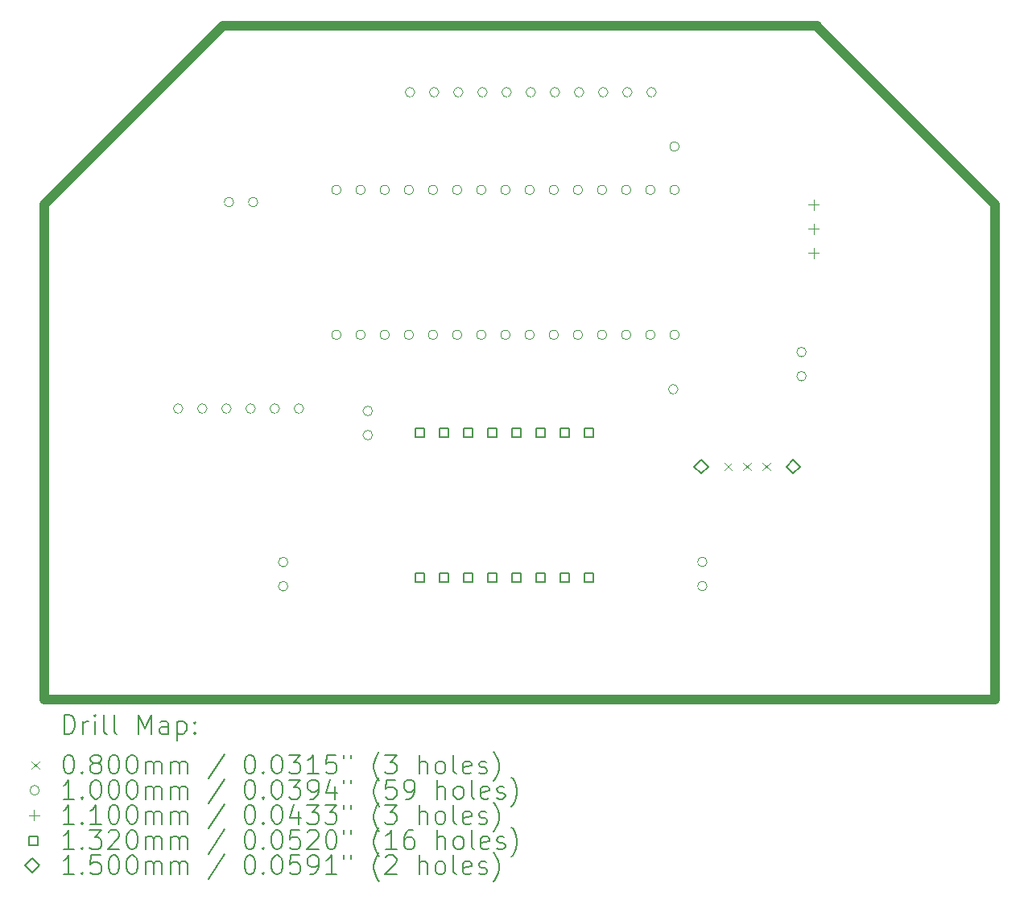
<source format=gbr>
%TF.GenerationSoftware,KiCad,Pcbnew,8.0.0*%
%TF.CreationDate,2024-06-20T13:22:32-03:00*%
%TF.ProjectId,LineFollowerRCX,4c696e65-466f-46c6-9c6f-776572524358,rev?*%
%TF.SameCoordinates,Original*%
%TF.FileFunction,Drillmap*%
%TF.FilePolarity,Positive*%
%FSLAX45Y45*%
G04 Gerber Fmt 4.5, Leading zero omitted, Abs format (unit mm)*
G04 Created by KiCad (PCBNEW 8.0.0) date 2024-06-20 13:22:32*
%MOMM*%
%LPD*%
G01*
G04 APERTURE LIST*
%ADD10C,1.000000*%
%ADD11C,0.050000*%
%ADD12C,0.200000*%
%ADD13C,0.100000*%
%ADD14C,0.110000*%
%ADD15C,0.132000*%
%ADD16C,0.150000*%
G04 APERTURE END LIST*
D10*
X21137900Y-10295500D02*
X19262085Y-8419685D01*
X21137900Y-15506700D02*
X21137900Y-10295500D01*
X19265900Y-8420100D02*
X13017757Y-8420100D01*
X13017757Y-8420100D02*
X11141557Y-10296300D01*
X11137900Y-10295500D02*
X11137900Y-15506700D01*
D11*
X11141557Y-10296300D02*
X11141557Y-15506700D01*
D10*
X11137900Y-15506700D02*
X21137900Y-15506700D01*
D11*
X19265900Y-8420100D02*
X13017757Y-8420100D01*
D12*
D13*
X18292500Y-13015600D02*
X18372500Y-13095600D01*
X18372500Y-13015600D02*
X18292500Y-13095600D01*
X18492500Y-13015600D02*
X18572500Y-13095600D01*
X18572500Y-13015600D02*
X18492500Y-13095600D01*
X18692500Y-13015600D02*
X18772500Y-13095600D01*
X18772500Y-13015600D02*
X18692500Y-13095600D01*
X12597600Y-12446000D02*
G75*
G02*
X12497600Y-12446000I-50000J0D01*
G01*
X12497600Y-12446000D02*
G75*
G02*
X12597600Y-12446000I50000J0D01*
G01*
X12851600Y-12446000D02*
G75*
G02*
X12751600Y-12446000I-50000J0D01*
G01*
X12751600Y-12446000D02*
G75*
G02*
X12851600Y-12446000I50000J0D01*
G01*
X13105600Y-12446000D02*
G75*
G02*
X13005600Y-12446000I-50000J0D01*
G01*
X13005600Y-12446000D02*
G75*
G02*
X13105600Y-12446000I50000J0D01*
G01*
X13131000Y-10274300D02*
G75*
G02*
X13031000Y-10274300I-50000J0D01*
G01*
X13031000Y-10274300D02*
G75*
G02*
X13131000Y-10274300I50000J0D01*
G01*
X13359600Y-12446000D02*
G75*
G02*
X13259600Y-12446000I-50000J0D01*
G01*
X13259600Y-12446000D02*
G75*
G02*
X13359600Y-12446000I50000J0D01*
G01*
X13385000Y-10274300D02*
G75*
G02*
X13285000Y-10274300I-50000J0D01*
G01*
X13285000Y-10274300D02*
G75*
G02*
X13385000Y-10274300I50000J0D01*
G01*
X13613600Y-12446000D02*
G75*
G02*
X13513600Y-12446000I-50000J0D01*
G01*
X13513600Y-12446000D02*
G75*
G02*
X13613600Y-12446000I50000J0D01*
G01*
X13702500Y-14060900D02*
G75*
G02*
X13602500Y-14060900I-50000J0D01*
G01*
X13602500Y-14060900D02*
G75*
G02*
X13702500Y-14060900I50000J0D01*
G01*
X13702500Y-14314900D02*
G75*
G02*
X13602500Y-14314900I-50000J0D01*
G01*
X13602500Y-14314900D02*
G75*
G02*
X13702500Y-14314900I50000J0D01*
G01*
X13867600Y-12446000D02*
G75*
G02*
X13767600Y-12446000I-50000J0D01*
G01*
X13767600Y-12446000D02*
G75*
G02*
X13867600Y-12446000I50000J0D01*
G01*
X14261300Y-10146300D02*
G75*
G02*
X14161300Y-10146300I-50000J0D01*
G01*
X14161300Y-10146300D02*
G75*
G02*
X14261300Y-10146300I50000J0D01*
G01*
X14261300Y-11670300D02*
G75*
G02*
X14161300Y-11670300I-50000J0D01*
G01*
X14161300Y-11670300D02*
G75*
G02*
X14261300Y-11670300I50000J0D01*
G01*
X14515300Y-10146300D02*
G75*
G02*
X14415300Y-10146300I-50000J0D01*
G01*
X14415300Y-10146300D02*
G75*
G02*
X14515300Y-10146300I50000J0D01*
G01*
X14515300Y-11670300D02*
G75*
G02*
X14415300Y-11670300I-50000J0D01*
G01*
X14415300Y-11670300D02*
G75*
G02*
X14515300Y-11670300I50000J0D01*
G01*
X14591500Y-12471400D02*
G75*
G02*
X14491500Y-12471400I-50000J0D01*
G01*
X14491500Y-12471400D02*
G75*
G02*
X14591500Y-12471400I50000J0D01*
G01*
X14591500Y-12725400D02*
G75*
G02*
X14491500Y-12725400I-50000J0D01*
G01*
X14491500Y-12725400D02*
G75*
G02*
X14591500Y-12725400I50000J0D01*
G01*
X14769300Y-10146300D02*
G75*
G02*
X14669300Y-10146300I-50000J0D01*
G01*
X14669300Y-10146300D02*
G75*
G02*
X14769300Y-10146300I50000J0D01*
G01*
X14769300Y-11670300D02*
G75*
G02*
X14669300Y-11670300I-50000J0D01*
G01*
X14669300Y-11670300D02*
G75*
G02*
X14769300Y-11670300I50000J0D01*
G01*
X15023300Y-10146300D02*
G75*
G02*
X14923300Y-10146300I-50000J0D01*
G01*
X14923300Y-10146300D02*
G75*
G02*
X15023300Y-10146300I50000J0D01*
G01*
X15023300Y-11670300D02*
G75*
G02*
X14923300Y-11670300I-50000J0D01*
G01*
X14923300Y-11670300D02*
G75*
G02*
X15023300Y-11670300I50000J0D01*
G01*
X15036000Y-9118600D02*
G75*
G02*
X14936000Y-9118600I-50000J0D01*
G01*
X14936000Y-9118600D02*
G75*
G02*
X15036000Y-9118600I50000J0D01*
G01*
X15277300Y-10146300D02*
G75*
G02*
X15177300Y-10146300I-50000J0D01*
G01*
X15177300Y-10146300D02*
G75*
G02*
X15277300Y-10146300I50000J0D01*
G01*
X15277300Y-11670300D02*
G75*
G02*
X15177300Y-11670300I-50000J0D01*
G01*
X15177300Y-11670300D02*
G75*
G02*
X15277300Y-11670300I50000J0D01*
G01*
X15290000Y-9118600D02*
G75*
G02*
X15190000Y-9118600I-50000J0D01*
G01*
X15190000Y-9118600D02*
G75*
G02*
X15290000Y-9118600I50000J0D01*
G01*
X15531300Y-10146300D02*
G75*
G02*
X15431300Y-10146300I-50000J0D01*
G01*
X15431300Y-10146300D02*
G75*
G02*
X15531300Y-10146300I50000J0D01*
G01*
X15531300Y-11670300D02*
G75*
G02*
X15431300Y-11670300I-50000J0D01*
G01*
X15431300Y-11670300D02*
G75*
G02*
X15531300Y-11670300I50000J0D01*
G01*
X15544000Y-9118600D02*
G75*
G02*
X15444000Y-9118600I-50000J0D01*
G01*
X15444000Y-9118600D02*
G75*
G02*
X15544000Y-9118600I50000J0D01*
G01*
X15785300Y-10146300D02*
G75*
G02*
X15685300Y-10146300I-50000J0D01*
G01*
X15685300Y-10146300D02*
G75*
G02*
X15785300Y-10146300I50000J0D01*
G01*
X15785300Y-11670300D02*
G75*
G02*
X15685300Y-11670300I-50000J0D01*
G01*
X15685300Y-11670300D02*
G75*
G02*
X15785300Y-11670300I50000J0D01*
G01*
X15798000Y-9118600D02*
G75*
G02*
X15698000Y-9118600I-50000J0D01*
G01*
X15698000Y-9118600D02*
G75*
G02*
X15798000Y-9118600I50000J0D01*
G01*
X16039300Y-10146300D02*
G75*
G02*
X15939300Y-10146300I-50000J0D01*
G01*
X15939300Y-10146300D02*
G75*
G02*
X16039300Y-10146300I50000J0D01*
G01*
X16039300Y-11670300D02*
G75*
G02*
X15939300Y-11670300I-50000J0D01*
G01*
X15939300Y-11670300D02*
G75*
G02*
X16039300Y-11670300I50000J0D01*
G01*
X16052000Y-9118600D02*
G75*
G02*
X15952000Y-9118600I-50000J0D01*
G01*
X15952000Y-9118600D02*
G75*
G02*
X16052000Y-9118600I50000J0D01*
G01*
X16293300Y-10146300D02*
G75*
G02*
X16193300Y-10146300I-50000J0D01*
G01*
X16193300Y-10146300D02*
G75*
G02*
X16293300Y-10146300I50000J0D01*
G01*
X16293300Y-11670300D02*
G75*
G02*
X16193300Y-11670300I-50000J0D01*
G01*
X16193300Y-11670300D02*
G75*
G02*
X16293300Y-11670300I50000J0D01*
G01*
X16306000Y-9118600D02*
G75*
G02*
X16206000Y-9118600I-50000J0D01*
G01*
X16206000Y-9118600D02*
G75*
G02*
X16306000Y-9118600I50000J0D01*
G01*
X16547300Y-10146300D02*
G75*
G02*
X16447300Y-10146300I-50000J0D01*
G01*
X16447300Y-10146300D02*
G75*
G02*
X16547300Y-10146300I50000J0D01*
G01*
X16547300Y-11670300D02*
G75*
G02*
X16447300Y-11670300I-50000J0D01*
G01*
X16447300Y-11670300D02*
G75*
G02*
X16547300Y-11670300I50000J0D01*
G01*
X16560000Y-9118600D02*
G75*
G02*
X16460000Y-9118600I-50000J0D01*
G01*
X16460000Y-9118600D02*
G75*
G02*
X16560000Y-9118600I50000J0D01*
G01*
X16801300Y-10146300D02*
G75*
G02*
X16701300Y-10146300I-50000J0D01*
G01*
X16701300Y-10146300D02*
G75*
G02*
X16801300Y-10146300I50000J0D01*
G01*
X16801300Y-11670300D02*
G75*
G02*
X16701300Y-11670300I-50000J0D01*
G01*
X16701300Y-11670300D02*
G75*
G02*
X16801300Y-11670300I50000J0D01*
G01*
X16814000Y-9118600D02*
G75*
G02*
X16714000Y-9118600I-50000J0D01*
G01*
X16714000Y-9118600D02*
G75*
G02*
X16814000Y-9118600I50000J0D01*
G01*
X17055300Y-10146300D02*
G75*
G02*
X16955300Y-10146300I-50000J0D01*
G01*
X16955300Y-10146300D02*
G75*
G02*
X17055300Y-10146300I50000J0D01*
G01*
X17055300Y-11670300D02*
G75*
G02*
X16955300Y-11670300I-50000J0D01*
G01*
X16955300Y-11670300D02*
G75*
G02*
X17055300Y-11670300I50000J0D01*
G01*
X17068000Y-9118600D02*
G75*
G02*
X16968000Y-9118600I-50000J0D01*
G01*
X16968000Y-9118600D02*
G75*
G02*
X17068000Y-9118600I50000J0D01*
G01*
X17309300Y-10146300D02*
G75*
G02*
X17209300Y-10146300I-50000J0D01*
G01*
X17209300Y-10146300D02*
G75*
G02*
X17309300Y-10146300I50000J0D01*
G01*
X17309300Y-11670300D02*
G75*
G02*
X17209300Y-11670300I-50000J0D01*
G01*
X17209300Y-11670300D02*
G75*
G02*
X17309300Y-11670300I50000J0D01*
G01*
X17322000Y-9118600D02*
G75*
G02*
X17222000Y-9118600I-50000J0D01*
G01*
X17222000Y-9118600D02*
G75*
G02*
X17322000Y-9118600I50000J0D01*
G01*
X17563300Y-10146300D02*
G75*
G02*
X17463300Y-10146300I-50000J0D01*
G01*
X17463300Y-10146300D02*
G75*
G02*
X17563300Y-10146300I50000J0D01*
G01*
X17563300Y-11670300D02*
G75*
G02*
X17463300Y-11670300I-50000J0D01*
G01*
X17463300Y-11670300D02*
G75*
G02*
X17563300Y-11670300I50000J0D01*
G01*
X17576000Y-9118600D02*
G75*
G02*
X17476000Y-9118600I-50000J0D01*
G01*
X17476000Y-9118600D02*
G75*
G02*
X17576000Y-9118600I50000J0D01*
G01*
X17804600Y-12242800D02*
G75*
G02*
X17704600Y-12242800I-50000J0D01*
G01*
X17704600Y-12242800D02*
G75*
G02*
X17804600Y-12242800I50000J0D01*
G01*
X17817300Y-9690100D02*
G75*
G02*
X17717300Y-9690100I-50000J0D01*
G01*
X17717300Y-9690100D02*
G75*
G02*
X17817300Y-9690100I50000J0D01*
G01*
X17817300Y-10146300D02*
G75*
G02*
X17717300Y-10146300I-50000J0D01*
G01*
X17717300Y-10146300D02*
G75*
G02*
X17817300Y-10146300I50000J0D01*
G01*
X17817300Y-11670300D02*
G75*
G02*
X17717300Y-11670300I-50000J0D01*
G01*
X17717300Y-11670300D02*
G75*
G02*
X17817300Y-11670300I50000J0D01*
G01*
X18109400Y-14058900D02*
G75*
G02*
X18009400Y-14058900I-50000J0D01*
G01*
X18009400Y-14058900D02*
G75*
G02*
X18109400Y-14058900I50000J0D01*
G01*
X18109400Y-14312900D02*
G75*
G02*
X18009400Y-14312900I-50000J0D01*
G01*
X18009400Y-14312900D02*
G75*
G02*
X18109400Y-14312900I50000J0D01*
G01*
X19153300Y-11851100D02*
G75*
G02*
X19053300Y-11851100I-50000J0D01*
G01*
X19053300Y-11851100D02*
G75*
G02*
X19153300Y-11851100I50000J0D01*
G01*
X19153300Y-12105100D02*
G75*
G02*
X19053300Y-12105100I-50000J0D01*
G01*
X19053300Y-12105100D02*
G75*
G02*
X19153300Y-12105100I50000J0D01*
G01*
D14*
X19233400Y-10244700D02*
X19233400Y-10354700D01*
X19178400Y-10299700D02*
X19288400Y-10299700D01*
X19233400Y-10498700D02*
X19233400Y-10608700D01*
X19178400Y-10553700D02*
X19288400Y-10553700D01*
X19233400Y-10752700D02*
X19233400Y-10862700D01*
X19178400Y-10807700D02*
X19288400Y-10807700D01*
D15*
X15134269Y-12746669D02*
X15134269Y-12653330D01*
X15040930Y-12653330D01*
X15040930Y-12746669D01*
X15134269Y-12746669D01*
X15134269Y-14270669D02*
X15134269Y-14177330D01*
X15040930Y-14177330D01*
X15040930Y-14270669D01*
X15134269Y-14270669D01*
X15388269Y-12746669D02*
X15388269Y-12653330D01*
X15294930Y-12653330D01*
X15294930Y-12746669D01*
X15388269Y-12746669D01*
X15388269Y-14270669D02*
X15388269Y-14177330D01*
X15294930Y-14177330D01*
X15294930Y-14270669D01*
X15388269Y-14270669D01*
X15642269Y-12746669D02*
X15642269Y-12653330D01*
X15548930Y-12653330D01*
X15548930Y-12746669D01*
X15642269Y-12746669D01*
X15642269Y-14270669D02*
X15642269Y-14177330D01*
X15548930Y-14177330D01*
X15548930Y-14270669D01*
X15642269Y-14270669D01*
X15896269Y-12746669D02*
X15896269Y-12653330D01*
X15802930Y-12653330D01*
X15802930Y-12746669D01*
X15896269Y-12746669D01*
X15896269Y-14270669D02*
X15896269Y-14177330D01*
X15802930Y-14177330D01*
X15802930Y-14270669D01*
X15896269Y-14270669D01*
X16150269Y-12746669D02*
X16150269Y-12653330D01*
X16056930Y-12653330D01*
X16056930Y-12746669D01*
X16150269Y-12746669D01*
X16150269Y-14270669D02*
X16150269Y-14177330D01*
X16056930Y-14177330D01*
X16056930Y-14270669D01*
X16150269Y-14270669D01*
X16404269Y-12746669D02*
X16404269Y-12653330D01*
X16310930Y-12653330D01*
X16310930Y-12746669D01*
X16404269Y-12746669D01*
X16404269Y-14270669D02*
X16404269Y-14177330D01*
X16310930Y-14177330D01*
X16310930Y-14270669D01*
X16404269Y-14270669D01*
X16658269Y-12746669D02*
X16658269Y-12653330D01*
X16564930Y-12653330D01*
X16564930Y-12746669D01*
X16658269Y-12746669D01*
X16658269Y-14270669D02*
X16658269Y-14177330D01*
X16564930Y-14177330D01*
X16564930Y-14270669D01*
X16658269Y-14270669D01*
X16912270Y-12746669D02*
X16912270Y-12653330D01*
X16818931Y-12653330D01*
X16818931Y-12746669D01*
X16912270Y-12746669D01*
X16912270Y-14270669D02*
X16912270Y-14177330D01*
X16818931Y-14177330D01*
X16818931Y-14270669D01*
X16912270Y-14270669D01*
D16*
X18047500Y-13130600D02*
X18122500Y-13055600D01*
X18047500Y-12980600D01*
X17972500Y-13055600D01*
X18047500Y-13130600D01*
X19017500Y-13130600D02*
X19092500Y-13055600D01*
X19017500Y-12980600D01*
X18942500Y-13055600D01*
X19017500Y-13130600D01*
D12*
X11348677Y-15868184D02*
X11348677Y-15668184D01*
X11348677Y-15668184D02*
X11396296Y-15668184D01*
X11396296Y-15668184D02*
X11424867Y-15677708D01*
X11424867Y-15677708D02*
X11443915Y-15696755D01*
X11443915Y-15696755D02*
X11453439Y-15715803D01*
X11453439Y-15715803D02*
X11462962Y-15753898D01*
X11462962Y-15753898D02*
X11462962Y-15782469D01*
X11462962Y-15782469D02*
X11453439Y-15820565D01*
X11453439Y-15820565D02*
X11443915Y-15839612D01*
X11443915Y-15839612D02*
X11424867Y-15858660D01*
X11424867Y-15858660D02*
X11396296Y-15868184D01*
X11396296Y-15868184D02*
X11348677Y-15868184D01*
X11548677Y-15868184D02*
X11548677Y-15734850D01*
X11548677Y-15772946D02*
X11558201Y-15753898D01*
X11558201Y-15753898D02*
X11567724Y-15744374D01*
X11567724Y-15744374D02*
X11586772Y-15734850D01*
X11586772Y-15734850D02*
X11605820Y-15734850D01*
X11672486Y-15868184D02*
X11672486Y-15734850D01*
X11672486Y-15668184D02*
X11662962Y-15677708D01*
X11662962Y-15677708D02*
X11672486Y-15687231D01*
X11672486Y-15687231D02*
X11682010Y-15677708D01*
X11682010Y-15677708D02*
X11672486Y-15668184D01*
X11672486Y-15668184D02*
X11672486Y-15687231D01*
X11796296Y-15868184D02*
X11777248Y-15858660D01*
X11777248Y-15858660D02*
X11767724Y-15839612D01*
X11767724Y-15839612D02*
X11767724Y-15668184D01*
X11901058Y-15868184D02*
X11882010Y-15858660D01*
X11882010Y-15858660D02*
X11872486Y-15839612D01*
X11872486Y-15839612D02*
X11872486Y-15668184D01*
X12129629Y-15868184D02*
X12129629Y-15668184D01*
X12129629Y-15668184D02*
X12196296Y-15811041D01*
X12196296Y-15811041D02*
X12262962Y-15668184D01*
X12262962Y-15668184D02*
X12262962Y-15868184D01*
X12443915Y-15868184D02*
X12443915Y-15763422D01*
X12443915Y-15763422D02*
X12434391Y-15744374D01*
X12434391Y-15744374D02*
X12415343Y-15734850D01*
X12415343Y-15734850D02*
X12377248Y-15734850D01*
X12377248Y-15734850D02*
X12358201Y-15744374D01*
X12443915Y-15858660D02*
X12424867Y-15868184D01*
X12424867Y-15868184D02*
X12377248Y-15868184D01*
X12377248Y-15868184D02*
X12358201Y-15858660D01*
X12358201Y-15858660D02*
X12348677Y-15839612D01*
X12348677Y-15839612D02*
X12348677Y-15820565D01*
X12348677Y-15820565D02*
X12358201Y-15801517D01*
X12358201Y-15801517D02*
X12377248Y-15791993D01*
X12377248Y-15791993D02*
X12424867Y-15791993D01*
X12424867Y-15791993D02*
X12443915Y-15782469D01*
X12539153Y-15734850D02*
X12539153Y-15934850D01*
X12539153Y-15744374D02*
X12558201Y-15734850D01*
X12558201Y-15734850D02*
X12596296Y-15734850D01*
X12596296Y-15734850D02*
X12615343Y-15744374D01*
X12615343Y-15744374D02*
X12624867Y-15753898D01*
X12624867Y-15753898D02*
X12634391Y-15772946D01*
X12634391Y-15772946D02*
X12634391Y-15830088D01*
X12634391Y-15830088D02*
X12624867Y-15849136D01*
X12624867Y-15849136D02*
X12615343Y-15858660D01*
X12615343Y-15858660D02*
X12596296Y-15868184D01*
X12596296Y-15868184D02*
X12558201Y-15868184D01*
X12558201Y-15868184D02*
X12539153Y-15858660D01*
X12720105Y-15849136D02*
X12729629Y-15858660D01*
X12729629Y-15858660D02*
X12720105Y-15868184D01*
X12720105Y-15868184D02*
X12710582Y-15858660D01*
X12710582Y-15858660D02*
X12720105Y-15849136D01*
X12720105Y-15849136D02*
X12720105Y-15868184D01*
X12720105Y-15744374D02*
X12729629Y-15753898D01*
X12729629Y-15753898D02*
X12720105Y-15763422D01*
X12720105Y-15763422D02*
X12710582Y-15753898D01*
X12710582Y-15753898D02*
X12720105Y-15744374D01*
X12720105Y-15744374D02*
X12720105Y-15763422D01*
D13*
X11007900Y-16156700D02*
X11087900Y-16236700D01*
X11087900Y-16156700D02*
X11007900Y-16236700D01*
D12*
X11386772Y-16088184D02*
X11405820Y-16088184D01*
X11405820Y-16088184D02*
X11424867Y-16097708D01*
X11424867Y-16097708D02*
X11434391Y-16107231D01*
X11434391Y-16107231D02*
X11443915Y-16126279D01*
X11443915Y-16126279D02*
X11453439Y-16164374D01*
X11453439Y-16164374D02*
X11453439Y-16211993D01*
X11453439Y-16211993D02*
X11443915Y-16250088D01*
X11443915Y-16250088D02*
X11434391Y-16269136D01*
X11434391Y-16269136D02*
X11424867Y-16278660D01*
X11424867Y-16278660D02*
X11405820Y-16288184D01*
X11405820Y-16288184D02*
X11386772Y-16288184D01*
X11386772Y-16288184D02*
X11367724Y-16278660D01*
X11367724Y-16278660D02*
X11358201Y-16269136D01*
X11358201Y-16269136D02*
X11348677Y-16250088D01*
X11348677Y-16250088D02*
X11339153Y-16211993D01*
X11339153Y-16211993D02*
X11339153Y-16164374D01*
X11339153Y-16164374D02*
X11348677Y-16126279D01*
X11348677Y-16126279D02*
X11358201Y-16107231D01*
X11358201Y-16107231D02*
X11367724Y-16097708D01*
X11367724Y-16097708D02*
X11386772Y-16088184D01*
X11539153Y-16269136D02*
X11548677Y-16278660D01*
X11548677Y-16278660D02*
X11539153Y-16288184D01*
X11539153Y-16288184D02*
X11529629Y-16278660D01*
X11529629Y-16278660D02*
X11539153Y-16269136D01*
X11539153Y-16269136D02*
X11539153Y-16288184D01*
X11662962Y-16173898D02*
X11643915Y-16164374D01*
X11643915Y-16164374D02*
X11634391Y-16154850D01*
X11634391Y-16154850D02*
X11624867Y-16135803D01*
X11624867Y-16135803D02*
X11624867Y-16126279D01*
X11624867Y-16126279D02*
X11634391Y-16107231D01*
X11634391Y-16107231D02*
X11643915Y-16097708D01*
X11643915Y-16097708D02*
X11662962Y-16088184D01*
X11662962Y-16088184D02*
X11701058Y-16088184D01*
X11701058Y-16088184D02*
X11720105Y-16097708D01*
X11720105Y-16097708D02*
X11729629Y-16107231D01*
X11729629Y-16107231D02*
X11739153Y-16126279D01*
X11739153Y-16126279D02*
X11739153Y-16135803D01*
X11739153Y-16135803D02*
X11729629Y-16154850D01*
X11729629Y-16154850D02*
X11720105Y-16164374D01*
X11720105Y-16164374D02*
X11701058Y-16173898D01*
X11701058Y-16173898D02*
X11662962Y-16173898D01*
X11662962Y-16173898D02*
X11643915Y-16183422D01*
X11643915Y-16183422D02*
X11634391Y-16192946D01*
X11634391Y-16192946D02*
X11624867Y-16211993D01*
X11624867Y-16211993D02*
X11624867Y-16250088D01*
X11624867Y-16250088D02*
X11634391Y-16269136D01*
X11634391Y-16269136D02*
X11643915Y-16278660D01*
X11643915Y-16278660D02*
X11662962Y-16288184D01*
X11662962Y-16288184D02*
X11701058Y-16288184D01*
X11701058Y-16288184D02*
X11720105Y-16278660D01*
X11720105Y-16278660D02*
X11729629Y-16269136D01*
X11729629Y-16269136D02*
X11739153Y-16250088D01*
X11739153Y-16250088D02*
X11739153Y-16211993D01*
X11739153Y-16211993D02*
X11729629Y-16192946D01*
X11729629Y-16192946D02*
X11720105Y-16183422D01*
X11720105Y-16183422D02*
X11701058Y-16173898D01*
X11862962Y-16088184D02*
X11882010Y-16088184D01*
X11882010Y-16088184D02*
X11901058Y-16097708D01*
X11901058Y-16097708D02*
X11910582Y-16107231D01*
X11910582Y-16107231D02*
X11920105Y-16126279D01*
X11920105Y-16126279D02*
X11929629Y-16164374D01*
X11929629Y-16164374D02*
X11929629Y-16211993D01*
X11929629Y-16211993D02*
X11920105Y-16250088D01*
X11920105Y-16250088D02*
X11910582Y-16269136D01*
X11910582Y-16269136D02*
X11901058Y-16278660D01*
X11901058Y-16278660D02*
X11882010Y-16288184D01*
X11882010Y-16288184D02*
X11862962Y-16288184D01*
X11862962Y-16288184D02*
X11843915Y-16278660D01*
X11843915Y-16278660D02*
X11834391Y-16269136D01*
X11834391Y-16269136D02*
X11824867Y-16250088D01*
X11824867Y-16250088D02*
X11815343Y-16211993D01*
X11815343Y-16211993D02*
X11815343Y-16164374D01*
X11815343Y-16164374D02*
X11824867Y-16126279D01*
X11824867Y-16126279D02*
X11834391Y-16107231D01*
X11834391Y-16107231D02*
X11843915Y-16097708D01*
X11843915Y-16097708D02*
X11862962Y-16088184D01*
X12053439Y-16088184D02*
X12072486Y-16088184D01*
X12072486Y-16088184D02*
X12091534Y-16097708D01*
X12091534Y-16097708D02*
X12101058Y-16107231D01*
X12101058Y-16107231D02*
X12110582Y-16126279D01*
X12110582Y-16126279D02*
X12120105Y-16164374D01*
X12120105Y-16164374D02*
X12120105Y-16211993D01*
X12120105Y-16211993D02*
X12110582Y-16250088D01*
X12110582Y-16250088D02*
X12101058Y-16269136D01*
X12101058Y-16269136D02*
X12091534Y-16278660D01*
X12091534Y-16278660D02*
X12072486Y-16288184D01*
X12072486Y-16288184D02*
X12053439Y-16288184D01*
X12053439Y-16288184D02*
X12034391Y-16278660D01*
X12034391Y-16278660D02*
X12024867Y-16269136D01*
X12024867Y-16269136D02*
X12015343Y-16250088D01*
X12015343Y-16250088D02*
X12005820Y-16211993D01*
X12005820Y-16211993D02*
X12005820Y-16164374D01*
X12005820Y-16164374D02*
X12015343Y-16126279D01*
X12015343Y-16126279D02*
X12024867Y-16107231D01*
X12024867Y-16107231D02*
X12034391Y-16097708D01*
X12034391Y-16097708D02*
X12053439Y-16088184D01*
X12205820Y-16288184D02*
X12205820Y-16154850D01*
X12205820Y-16173898D02*
X12215343Y-16164374D01*
X12215343Y-16164374D02*
X12234391Y-16154850D01*
X12234391Y-16154850D02*
X12262963Y-16154850D01*
X12262963Y-16154850D02*
X12282010Y-16164374D01*
X12282010Y-16164374D02*
X12291534Y-16183422D01*
X12291534Y-16183422D02*
X12291534Y-16288184D01*
X12291534Y-16183422D02*
X12301058Y-16164374D01*
X12301058Y-16164374D02*
X12320105Y-16154850D01*
X12320105Y-16154850D02*
X12348677Y-16154850D01*
X12348677Y-16154850D02*
X12367724Y-16164374D01*
X12367724Y-16164374D02*
X12377248Y-16183422D01*
X12377248Y-16183422D02*
X12377248Y-16288184D01*
X12472486Y-16288184D02*
X12472486Y-16154850D01*
X12472486Y-16173898D02*
X12482010Y-16164374D01*
X12482010Y-16164374D02*
X12501058Y-16154850D01*
X12501058Y-16154850D02*
X12529629Y-16154850D01*
X12529629Y-16154850D02*
X12548677Y-16164374D01*
X12548677Y-16164374D02*
X12558201Y-16183422D01*
X12558201Y-16183422D02*
X12558201Y-16288184D01*
X12558201Y-16183422D02*
X12567724Y-16164374D01*
X12567724Y-16164374D02*
X12586772Y-16154850D01*
X12586772Y-16154850D02*
X12615343Y-16154850D01*
X12615343Y-16154850D02*
X12634391Y-16164374D01*
X12634391Y-16164374D02*
X12643915Y-16183422D01*
X12643915Y-16183422D02*
X12643915Y-16288184D01*
X13034391Y-16078660D02*
X12862963Y-16335803D01*
X13291534Y-16088184D02*
X13310582Y-16088184D01*
X13310582Y-16088184D02*
X13329629Y-16097708D01*
X13329629Y-16097708D02*
X13339153Y-16107231D01*
X13339153Y-16107231D02*
X13348677Y-16126279D01*
X13348677Y-16126279D02*
X13358201Y-16164374D01*
X13358201Y-16164374D02*
X13358201Y-16211993D01*
X13358201Y-16211993D02*
X13348677Y-16250088D01*
X13348677Y-16250088D02*
X13339153Y-16269136D01*
X13339153Y-16269136D02*
X13329629Y-16278660D01*
X13329629Y-16278660D02*
X13310582Y-16288184D01*
X13310582Y-16288184D02*
X13291534Y-16288184D01*
X13291534Y-16288184D02*
X13272486Y-16278660D01*
X13272486Y-16278660D02*
X13262963Y-16269136D01*
X13262963Y-16269136D02*
X13253439Y-16250088D01*
X13253439Y-16250088D02*
X13243915Y-16211993D01*
X13243915Y-16211993D02*
X13243915Y-16164374D01*
X13243915Y-16164374D02*
X13253439Y-16126279D01*
X13253439Y-16126279D02*
X13262963Y-16107231D01*
X13262963Y-16107231D02*
X13272486Y-16097708D01*
X13272486Y-16097708D02*
X13291534Y-16088184D01*
X13443915Y-16269136D02*
X13453439Y-16278660D01*
X13453439Y-16278660D02*
X13443915Y-16288184D01*
X13443915Y-16288184D02*
X13434391Y-16278660D01*
X13434391Y-16278660D02*
X13443915Y-16269136D01*
X13443915Y-16269136D02*
X13443915Y-16288184D01*
X13577248Y-16088184D02*
X13596296Y-16088184D01*
X13596296Y-16088184D02*
X13615344Y-16097708D01*
X13615344Y-16097708D02*
X13624867Y-16107231D01*
X13624867Y-16107231D02*
X13634391Y-16126279D01*
X13634391Y-16126279D02*
X13643915Y-16164374D01*
X13643915Y-16164374D02*
X13643915Y-16211993D01*
X13643915Y-16211993D02*
X13634391Y-16250088D01*
X13634391Y-16250088D02*
X13624867Y-16269136D01*
X13624867Y-16269136D02*
X13615344Y-16278660D01*
X13615344Y-16278660D02*
X13596296Y-16288184D01*
X13596296Y-16288184D02*
X13577248Y-16288184D01*
X13577248Y-16288184D02*
X13558201Y-16278660D01*
X13558201Y-16278660D02*
X13548677Y-16269136D01*
X13548677Y-16269136D02*
X13539153Y-16250088D01*
X13539153Y-16250088D02*
X13529629Y-16211993D01*
X13529629Y-16211993D02*
X13529629Y-16164374D01*
X13529629Y-16164374D02*
X13539153Y-16126279D01*
X13539153Y-16126279D02*
X13548677Y-16107231D01*
X13548677Y-16107231D02*
X13558201Y-16097708D01*
X13558201Y-16097708D02*
X13577248Y-16088184D01*
X13710582Y-16088184D02*
X13834391Y-16088184D01*
X13834391Y-16088184D02*
X13767725Y-16164374D01*
X13767725Y-16164374D02*
X13796296Y-16164374D01*
X13796296Y-16164374D02*
X13815344Y-16173898D01*
X13815344Y-16173898D02*
X13824867Y-16183422D01*
X13824867Y-16183422D02*
X13834391Y-16202469D01*
X13834391Y-16202469D02*
X13834391Y-16250088D01*
X13834391Y-16250088D02*
X13824867Y-16269136D01*
X13824867Y-16269136D02*
X13815344Y-16278660D01*
X13815344Y-16278660D02*
X13796296Y-16288184D01*
X13796296Y-16288184D02*
X13739153Y-16288184D01*
X13739153Y-16288184D02*
X13720106Y-16278660D01*
X13720106Y-16278660D02*
X13710582Y-16269136D01*
X14024867Y-16288184D02*
X13910582Y-16288184D01*
X13967725Y-16288184D02*
X13967725Y-16088184D01*
X13967725Y-16088184D02*
X13948677Y-16116755D01*
X13948677Y-16116755D02*
X13929629Y-16135803D01*
X13929629Y-16135803D02*
X13910582Y-16145327D01*
X14205820Y-16088184D02*
X14110582Y-16088184D01*
X14110582Y-16088184D02*
X14101058Y-16183422D01*
X14101058Y-16183422D02*
X14110582Y-16173898D01*
X14110582Y-16173898D02*
X14129629Y-16164374D01*
X14129629Y-16164374D02*
X14177248Y-16164374D01*
X14177248Y-16164374D02*
X14196296Y-16173898D01*
X14196296Y-16173898D02*
X14205820Y-16183422D01*
X14205820Y-16183422D02*
X14215344Y-16202469D01*
X14215344Y-16202469D02*
X14215344Y-16250088D01*
X14215344Y-16250088D02*
X14205820Y-16269136D01*
X14205820Y-16269136D02*
X14196296Y-16278660D01*
X14196296Y-16278660D02*
X14177248Y-16288184D01*
X14177248Y-16288184D02*
X14129629Y-16288184D01*
X14129629Y-16288184D02*
X14110582Y-16278660D01*
X14110582Y-16278660D02*
X14101058Y-16269136D01*
X14291534Y-16088184D02*
X14291534Y-16126279D01*
X14367725Y-16088184D02*
X14367725Y-16126279D01*
X14662963Y-16364374D02*
X14653439Y-16354850D01*
X14653439Y-16354850D02*
X14634391Y-16326279D01*
X14634391Y-16326279D02*
X14624868Y-16307231D01*
X14624868Y-16307231D02*
X14615344Y-16278660D01*
X14615344Y-16278660D02*
X14605820Y-16231041D01*
X14605820Y-16231041D02*
X14605820Y-16192946D01*
X14605820Y-16192946D02*
X14615344Y-16145327D01*
X14615344Y-16145327D02*
X14624868Y-16116755D01*
X14624868Y-16116755D02*
X14634391Y-16097708D01*
X14634391Y-16097708D02*
X14653439Y-16069136D01*
X14653439Y-16069136D02*
X14662963Y-16059612D01*
X14720106Y-16088184D02*
X14843915Y-16088184D01*
X14843915Y-16088184D02*
X14777248Y-16164374D01*
X14777248Y-16164374D02*
X14805820Y-16164374D01*
X14805820Y-16164374D02*
X14824868Y-16173898D01*
X14824868Y-16173898D02*
X14834391Y-16183422D01*
X14834391Y-16183422D02*
X14843915Y-16202469D01*
X14843915Y-16202469D02*
X14843915Y-16250088D01*
X14843915Y-16250088D02*
X14834391Y-16269136D01*
X14834391Y-16269136D02*
X14824868Y-16278660D01*
X14824868Y-16278660D02*
X14805820Y-16288184D01*
X14805820Y-16288184D02*
X14748677Y-16288184D01*
X14748677Y-16288184D02*
X14729629Y-16278660D01*
X14729629Y-16278660D02*
X14720106Y-16269136D01*
X15082010Y-16288184D02*
X15082010Y-16088184D01*
X15167725Y-16288184D02*
X15167725Y-16183422D01*
X15167725Y-16183422D02*
X15158201Y-16164374D01*
X15158201Y-16164374D02*
X15139153Y-16154850D01*
X15139153Y-16154850D02*
X15110582Y-16154850D01*
X15110582Y-16154850D02*
X15091534Y-16164374D01*
X15091534Y-16164374D02*
X15082010Y-16173898D01*
X15291534Y-16288184D02*
X15272487Y-16278660D01*
X15272487Y-16278660D02*
X15262963Y-16269136D01*
X15262963Y-16269136D02*
X15253439Y-16250088D01*
X15253439Y-16250088D02*
X15253439Y-16192946D01*
X15253439Y-16192946D02*
X15262963Y-16173898D01*
X15262963Y-16173898D02*
X15272487Y-16164374D01*
X15272487Y-16164374D02*
X15291534Y-16154850D01*
X15291534Y-16154850D02*
X15320106Y-16154850D01*
X15320106Y-16154850D02*
X15339153Y-16164374D01*
X15339153Y-16164374D02*
X15348677Y-16173898D01*
X15348677Y-16173898D02*
X15358201Y-16192946D01*
X15358201Y-16192946D02*
X15358201Y-16250088D01*
X15358201Y-16250088D02*
X15348677Y-16269136D01*
X15348677Y-16269136D02*
X15339153Y-16278660D01*
X15339153Y-16278660D02*
X15320106Y-16288184D01*
X15320106Y-16288184D02*
X15291534Y-16288184D01*
X15472487Y-16288184D02*
X15453439Y-16278660D01*
X15453439Y-16278660D02*
X15443915Y-16259612D01*
X15443915Y-16259612D02*
X15443915Y-16088184D01*
X15624868Y-16278660D02*
X15605820Y-16288184D01*
X15605820Y-16288184D02*
X15567725Y-16288184D01*
X15567725Y-16288184D02*
X15548677Y-16278660D01*
X15548677Y-16278660D02*
X15539153Y-16259612D01*
X15539153Y-16259612D02*
X15539153Y-16183422D01*
X15539153Y-16183422D02*
X15548677Y-16164374D01*
X15548677Y-16164374D02*
X15567725Y-16154850D01*
X15567725Y-16154850D02*
X15605820Y-16154850D01*
X15605820Y-16154850D02*
X15624868Y-16164374D01*
X15624868Y-16164374D02*
X15634391Y-16183422D01*
X15634391Y-16183422D02*
X15634391Y-16202469D01*
X15634391Y-16202469D02*
X15539153Y-16221517D01*
X15710582Y-16278660D02*
X15729630Y-16288184D01*
X15729630Y-16288184D02*
X15767725Y-16288184D01*
X15767725Y-16288184D02*
X15786772Y-16278660D01*
X15786772Y-16278660D02*
X15796296Y-16259612D01*
X15796296Y-16259612D02*
X15796296Y-16250088D01*
X15796296Y-16250088D02*
X15786772Y-16231041D01*
X15786772Y-16231041D02*
X15767725Y-16221517D01*
X15767725Y-16221517D02*
X15739153Y-16221517D01*
X15739153Y-16221517D02*
X15720106Y-16211993D01*
X15720106Y-16211993D02*
X15710582Y-16192946D01*
X15710582Y-16192946D02*
X15710582Y-16183422D01*
X15710582Y-16183422D02*
X15720106Y-16164374D01*
X15720106Y-16164374D02*
X15739153Y-16154850D01*
X15739153Y-16154850D02*
X15767725Y-16154850D01*
X15767725Y-16154850D02*
X15786772Y-16164374D01*
X15862963Y-16364374D02*
X15872487Y-16354850D01*
X15872487Y-16354850D02*
X15891534Y-16326279D01*
X15891534Y-16326279D02*
X15901058Y-16307231D01*
X15901058Y-16307231D02*
X15910582Y-16278660D01*
X15910582Y-16278660D02*
X15920106Y-16231041D01*
X15920106Y-16231041D02*
X15920106Y-16192946D01*
X15920106Y-16192946D02*
X15910582Y-16145327D01*
X15910582Y-16145327D02*
X15901058Y-16116755D01*
X15901058Y-16116755D02*
X15891534Y-16097708D01*
X15891534Y-16097708D02*
X15872487Y-16069136D01*
X15872487Y-16069136D02*
X15862963Y-16059612D01*
D13*
X11087900Y-16460700D02*
G75*
G02*
X10987900Y-16460700I-50000J0D01*
G01*
X10987900Y-16460700D02*
G75*
G02*
X11087900Y-16460700I50000J0D01*
G01*
D12*
X11453439Y-16552184D02*
X11339153Y-16552184D01*
X11396296Y-16552184D02*
X11396296Y-16352184D01*
X11396296Y-16352184D02*
X11377248Y-16380755D01*
X11377248Y-16380755D02*
X11358201Y-16399803D01*
X11358201Y-16399803D02*
X11339153Y-16409327D01*
X11539153Y-16533136D02*
X11548677Y-16542660D01*
X11548677Y-16542660D02*
X11539153Y-16552184D01*
X11539153Y-16552184D02*
X11529629Y-16542660D01*
X11529629Y-16542660D02*
X11539153Y-16533136D01*
X11539153Y-16533136D02*
X11539153Y-16552184D01*
X11672486Y-16352184D02*
X11691534Y-16352184D01*
X11691534Y-16352184D02*
X11710582Y-16361708D01*
X11710582Y-16361708D02*
X11720105Y-16371231D01*
X11720105Y-16371231D02*
X11729629Y-16390279D01*
X11729629Y-16390279D02*
X11739153Y-16428374D01*
X11739153Y-16428374D02*
X11739153Y-16475993D01*
X11739153Y-16475993D02*
X11729629Y-16514088D01*
X11729629Y-16514088D02*
X11720105Y-16533136D01*
X11720105Y-16533136D02*
X11710582Y-16542660D01*
X11710582Y-16542660D02*
X11691534Y-16552184D01*
X11691534Y-16552184D02*
X11672486Y-16552184D01*
X11672486Y-16552184D02*
X11653439Y-16542660D01*
X11653439Y-16542660D02*
X11643915Y-16533136D01*
X11643915Y-16533136D02*
X11634391Y-16514088D01*
X11634391Y-16514088D02*
X11624867Y-16475993D01*
X11624867Y-16475993D02*
X11624867Y-16428374D01*
X11624867Y-16428374D02*
X11634391Y-16390279D01*
X11634391Y-16390279D02*
X11643915Y-16371231D01*
X11643915Y-16371231D02*
X11653439Y-16361708D01*
X11653439Y-16361708D02*
X11672486Y-16352184D01*
X11862962Y-16352184D02*
X11882010Y-16352184D01*
X11882010Y-16352184D02*
X11901058Y-16361708D01*
X11901058Y-16361708D02*
X11910582Y-16371231D01*
X11910582Y-16371231D02*
X11920105Y-16390279D01*
X11920105Y-16390279D02*
X11929629Y-16428374D01*
X11929629Y-16428374D02*
X11929629Y-16475993D01*
X11929629Y-16475993D02*
X11920105Y-16514088D01*
X11920105Y-16514088D02*
X11910582Y-16533136D01*
X11910582Y-16533136D02*
X11901058Y-16542660D01*
X11901058Y-16542660D02*
X11882010Y-16552184D01*
X11882010Y-16552184D02*
X11862962Y-16552184D01*
X11862962Y-16552184D02*
X11843915Y-16542660D01*
X11843915Y-16542660D02*
X11834391Y-16533136D01*
X11834391Y-16533136D02*
X11824867Y-16514088D01*
X11824867Y-16514088D02*
X11815343Y-16475993D01*
X11815343Y-16475993D02*
X11815343Y-16428374D01*
X11815343Y-16428374D02*
X11824867Y-16390279D01*
X11824867Y-16390279D02*
X11834391Y-16371231D01*
X11834391Y-16371231D02*
X11843915Y-16361708D01*
X11843915Y-16361708D02*
X11862962Y-16352184D01*
X12053439Y-16352184D02*
X12072486Y-16352184D01*
X12072486Y-16352184D02*
X12091534Y-16361708D01*
X12091534Y-16361708D02*
X12101058Y-16371231D01*
X12101058Y-16371231D02*
X12110582Y-16390279D01*
X12110582Y-16390279D02*
X12120105Y-16428374D01*
X12120105Y-16428374D02*
X12120105Y-16475993D01*
X12120105Y-16475993D02*
X12110582Y-16514088D01*
X12110582Y-16514088D02*
X12101058Y-16533136D01*
X12101058Y-16533136D02*
X12091534Y-16542660D01*
X12091534Y-16542660D02*
X12072486Y-16552184D01*
X12072486Y-16552184D02*
X12053439Y-16552184D01*
X12053439Y-16552184D02*
X12034391Y-16542660D01*
X12034391Y-16542660D02*
X12024867Y-16533136D01*
X12024867Y-16533136D02*
X12015343Y-16514088D01*
X12015343Y-16514088D02*
X12005820Y-16475993D01*
X12005820Y-16475993D02*
X12005820Y-16428374D01*
X12005820Y-16428374D02*
X12015343Y-16390279D01*
X12015343Y-16390279D02*
X12024867Y-16371231D01*
X12024867Y-16371231D02*
X12034391Y-16361708D01*
X12034391Y-16361708D02*
X12053439Y-16352184D01*
X12205820Y-16552184D02*
X12205820Y-16418850D01*
X12205820Y-16437898D02*
X12215343Y-16428374D01*
X12215343Y-16428374D02*
X12234391Y-16418850D01*
X12234391Y-16418850D02*
X12262963Y-16418850D01*
X12262963Y-16418850D02*
X12282010Y-16428374D01*
X12282010Y-16428374D02*
X12291534Y-16447422D01*
X12291534Y-16447422D02*
X12291534Y-16552184D01*
X12291534Y-16447422D02*
X12301058Y-16428374D01*
X12301058Y-16428374D02*
X12320105Y-16418850D01*
X12320105Y-16418850D02*
X12348677Y-16418850D01*
X12348677Y-16418850D02*
X12367724Y-16428374D01*
X12367724Y-16428374D02*
X12377248Y-16447422D01*
X12377248Y-16447422D02*
X12377248Y-16552184D01*
X12472486Y-16552184D02*
X12472486Y-16418850D01*
X12472486Y-16437898D02*
X12482010Y-16428374D01*
X12482010Y-16428374D02*
X12501058Y-16418850D01*
X12501058Y-16418850D02*
X12529629Y-16418850D01*
X12529629Y-16418850D02*
X12548677Y-16428374D01*
X12548677Y-16428374D02*
X12558201Y-16447422D01*
X12558201Y-16447422D02*
X12558201Y-16552184D01*
X12558201Y-16447422D02*
X12567724Y-16428374D01*
X12567724Y-16428374D02*
X12586772Y-16418850D01*
X12586772Y-16418850D02*
X12615343Y-16418850D01*
X12615343Y-16418850D02*
X12634391Y-16428374D01*
X12634391Y-16428374D02*
X12643915Y-16447422D01*
X12643915Y-16447422D02*
X12643915Y-16552184D01*
X13034391Y-16342660D02*
X12862963Y-16599803D01*
X13291534Y-16352184D02*
X13310582Y-16352184D01*
X13310582Y-16352184D02*
X13329629Y-16361708D01*
X13329629Y-16361708D02*
X13339153Y-16371231D01*
X13339153Y-16371231D02*
X13348677Y-16390279D01*
X13348677Y-16390279D02*
X13358201Y-16428374D01*
X13358201Y-16428374D02*
X13358201Y-16475993D01*
X13358201Y-16475993D02*
X13348677Y-16514088D01*
X13348677Y-16514088D02*
X13339153Y-16533136D01*
X13339153Y-16533136D02*
X13329629Y-16542660D01*
X13329629Y-16542660D02*
X13310582Y-16552184D01*
X13310582Y-16552184D02*
X13291534Y-16552184D01*
X13291534Y-16552184D02*
X13272486Y-16542660D01*
X13272486Y-16542660D02*
X13262963Y-16533136D01*
X13262963Y-16533136D02*
X13253439Y-16514088D01*
X13253439Y-16514088D02*
X13243915Y-16475993D01*
X13243915Y-16475993D02*
X13243915Y-16428374D01*
X13243915Y-16428374D02*
X13253439Y-16390279D01*
X13253439Y-16390279D02*
X13262963Y-16371231D01*
X13262963Y-16371231D02*
X13272486Y-16361708D01*
X13272486Y-16361708D02*
X13291534Y-16352184D01*
X13443915Y-16533136D02*
X13453439Y-16542660D01*
X13453439Y-16542660D02*
X13443915Y-16552184D01*
X13443915Y-16552184D02*
X13434391Y-16542660D01*
X13434391Y-16542660D02*
X13443915Y-16533136D01*
X13443915Y-16533136D02*
X13443915Y-16552184D01*
X13577248Y-16352184D02*
X13596296Y-16352184D01*
X13596296Y-16352184D02*
X13615344Y-16361708D01*
X13615344Y-16361708D02*
X13624867Y-16371231D01*
X13624867Y-16371231D02*
X13634391Y-16390279D01*
X13634391Y-16390279D02*
X13643915Y-16428374D01*
X13643915Y-16428374D02*
X13643915Y-16475993D01*
X13643915Y-16475993D02*
X13634391Y-16514088D01*
X13634391Y-16514088D02*
X13624867Y-16533136D01*
X13624867Y-16533136D02*
X13615344Y-16542660D01*
X13615344Y-16542660D02*
X13596296Y-16552184D01*
X13596296Y-16552184D02*
X13577248Y-16552184D01*
X13577248Y-16552184D02*
X13558201Y-16542660D01*
X13558201Y-16542660D02*
X13548677Y-16533136D01*
X13548677Y-16533136D02*
X13539153Y-16514088D01*
X13539153Y-16514088D02*
X13529629Y-16475993D01*
X13529629Y-16475993D02*
X13529629Y-16428374D01*
X13529629Y-16428374D02*
X13539153Y-16390279D01*
X13539153Y-16390279D02*
X13548677Y-16371231D01*
X13548677Y-16371231D02*
X13558201Y-16361708D01*
X13558201Y-16361708D02*
X13577248Y-16352184D01*
X13710582Y-16352184D02*
X13834391Y-16352184D01*
X13834391Y-16352184D02*
X13767725Y-16428374D01*
X13767725Y-16428374D02*
X13796296Y-16428374D01*
X13796296Y-16428374D02*
X13815344Y-16437898D01*
X13815344Y-16437898D02*
X13824867Y-16447422D01*
X13824867Y-16447422D02*
X13834391Y-16466469D01*
X13834391Y-16466469D02*
X13834391Y-16514088D01*
X13834391Y-16514088D02*
X13824867Y-16533136D01*
X13824867Y-16533136D02*
X13815344Y-16542660D01*
X13815344Y-16542660D02*
X13796296Y-16552184D01*
X13796296Y-16552184D02*
X13739153Y-16552184D01*
X13739153Y-16552184D02*
X13720106Y-16542660D01*
X13720106Y-16542660D02*
X13710582Y-16533136D01*
X13929629Y-16552184D02*
X13967725Y-16552184D01*
X13967725Y-16552184D02*
X13986772Y-16542660D01*
X13986772Y-16542660D02*
X13996296Y-16533136D01*
X13996296Y-16533136D02*
X14015344Y-16504565D01*
X14015344Y-16504565D02*
X14024867Y-16466469D01*
X14024867Y-16466469D02*
X14024867Y-16390279D01*
X14024867Y-16390279D02*
X14015344Y-16371231D01*
X14015344Y-16371231D02*
X14005820Y-16361708D01*
X14005820Y-16361708D02*
X13986772Y-16352184D01*
X13986772Y-16352184D02*
X13948677Y-16352184D01*
X13948677Y-16352184D02*
X13929629Y-16361708D01*
X13929629Y-16361708D02*
X13920106Y-16371231D01*
X13920106Y-16371231D02*
X13910582Y-16390279D01*
X13910582Y-16390279D02*
X13910582Y-16437898D01*
X13910582Y-16437898D02*
X13920106Y-16456946D01*
X13920106Y-16456946D02*
X13929629Y-16466469D01*
X13929629Y-16466469D02*
X13948677Y-16475993D01*
X13948677Y-16475993D02*
X13986772Y-16475993D01*
X13986772Y-16475993D02*
X14005820Y-16466469D01*
X14005820Y-16466469D02*
X14015344Y-16456946D01*
X14015344Y-16456946D02*
X14024867Y-16437898D01*
X14196296Y-16418850D02*
X14196296Y-16552184D01*
X14148677Y-16342660D02*
X14101058Y-16485517D01*
X14101058Y-16485517D02*
X14224867Y-16485517D01*
X14291534Y-16352184D02*
X14291534Y-16390279D01*
X14367725Y-16352184D02*
X14367725Y-16390279D01*
X14662963Y-16628374D02*
X14653439Y-16618850D01*
X14653439Y-16618850D02*
X14634391Y-16590279D01*
X14634391Y-16590279D02*
X14624868Y-16571231D01*
X14624868Y-16571231D02*
X14615344Y-16542660D01*
X14615344Y-16542660D02*
X14605820Y-16495041D01*
X14605820Y-16495041D02*
X14605820Y-16456946D01*
X14605820Y-16456946D02*
X14615344Y-16409327D01*
X14615344Y-16409327D02*
X14624868Y-16380755D01*
X14624868Y-16380755D02*
X14634391Y-16361708D01*
X14634391Y-16361708D02*
X14653439Y-16333136D01*
X14653439Y-16333136D02*
X14662963Y-16323612D01*
X14834391Y-16352184D02*
X14739153Y-16352184D01*
X14739153Y-16352184D02*
X14729629Y-16447422D01*
X14729629Y-16447422D02*
X14739153Y-16437898D01*
X14739153Y-16437898D02*
X14758201Y-16428374D01*
X14758201Y-16428374D02*
X14805820Y-16428374D01*
X14805820Y-16428374D02*
X14824868Y-16437898D01*
X14824868Y-16437898D02*
X14834391Y-16447422D01*
X14834391Y-16447422D02*
X14843915Y-16466469D01*
X14843915Y-16466469D02*
X14843915Y-16514088D01*
X14843915Y-16514088D02*
X14834391Y-16533136D01*
X14834391Y-16533136D02*
X14824868Y-16542660D01*
X14824868Y-16542660D02*
X14805820Y-16552184D01*
X14805820Y-16552184D02*
X14758201Y-16552184D01*
X14758201Y-16552184D02*
X14739153Y-16542660D01*
X14739153Y-16542660D02*
X14729629Y-16533136D01*
X14939153Y-16552184D02*
X14977248Y-16552184D01*
X14977248Y-16552184D02*
X14996296Y-16542660D01*
X14996296Y-16542660D02*
X15005820Y-16533136D01*
X15005820Y-16533136D02*
X15024868Y-16504565D01*
X15024868Y-16504565D02*
X15034391Y-16466469D01*
X15034391Y-16466469D02*
X15034391Y-16390279D01*
X15034391Y-16390279D02*
X15024868Y-16371231D01*
X15024868Y-16371231D02*
X15015344Y-16361708D01*
X15015344Y-16361708D02*
X14996296Y-16352184D01*
X14996296Y-16352184D02*
X14958201Y-16352184D01*
X14958201Y-16352184D02*
X14939153Y-16361708D01*
X14939153Y-16361708D02*
X14929629Y-16371231D01*
X14929629Y-16371231D02*
X14920106Y-16390279D01*
X14920106Y-16390279D02*
X14920106Y-16437898D01*
X14920106Y-16437898D02*
X14929629Y-16456946D01*
X14929629Y-16456946D02*
X14939153Y-16466469D01*
X14939153Y-16466469D02*
X14958201Y-16475993D01*
X14958201Y-16475993D02*
X14996296Y-16475993D01*
X14996296Y-16475993D02*
X15015344Y-16466469D01*
X15015344Y-16466469D02*
X15024868Y-16456946D01*
X15024868Y-16456946D02*
X15034391Y-16437898D01*
X15272487Y-16552184D02*
X15272487Y-16352184D01*
X15358201Y-16552184D02*
X15358201Y-16447422D01*
X15358201Y-16447422D02*
X15348677Y-16428374D01*
X15348677Y-16428374D02*
X15329630Y-16418850D01*
X15329630Y-16418850D02*
X15301058Y-16418850D01*
X15301058Y-16418850D02*
X15282010Y-16428374D01*
X15282010Y-16428374D02*
X15272487Y-16437898D01*
X15482010Y-16552184D02*
X15462963Y-16542660D01*
X15462963Y-16542660D02*
X15453439Y-16533136D01*
X15453439Y-16533136D02*
X15443915Y-16514088D01*
X15443915Y-16514088D02*
X15443915Y-16456946D01*
X15443915Y-16456946D02*
X15453439Y-16437898D01*
X15453439Y-16437898D02*
X15462963Y-16428374D01*
X15462963Y-16428374D02*
X15482010Y-16418850D01*
X15482010Y-16418850D02*
X15510582Y-16418850D01*
X15510582Y-16418850D02*
X15529630Y-16428374D01*
X15529630Y-16428374D02*
X15539153Y-16437898D01*
X15539153Y-16437898D02*
X15548677Y-16456946D01*
X15548677Y-16456946D02*
X15548677Y-16514088D01*
X15548677Y-16514088D02*
X15539153Y-16533136D01*
X15539153Y-16533136D02*
X15529630Y-16542660D01*
X15529630Y-16542660D02*
X15510582Y-16552184D01*
X15510582Y-16552184D02*
X15482010Y-16552184D01*
X15662963Y-16552184D02*
X15643915Y-16542660D01*
X15643915Y-16542660D02*
X15634391Y-16523612D01*
X15634391Y-16523612D02*
X15634391Y-16352184D01*
X15815344Y-16542660D02*
X15796296Y-16552184D01*
X15796296Y-16552184D02*
X15758201Y-16552184D01*
X15758201Y-16552184D02*
X15739153Y-16542660D01*
X15739153Y-16542660D02*
X15729630Y-16523612D01*
X15729630Y-16523612D02*
X15729630Y-16447422D01*
X15729630Y-16447422D02*
X15739153Y-16428374D01*
X15739153Y-16428374D02*
X15758201Y-16418850D01*
X15758201Y-16418850D02*
X15796296Y-16418850D01*
X15796296Y-16418850D02*
X15815344Y-16428374D01*
X15815344Y-16428374D02*
X15824868Y-16447422D01*
X15824868Y-16447422D02*
X15824868Y-16466469D01*
X15824868Y-16466469D02*
X15729630Y-16485517D01*
X15901058Y-16542660D02*
X15920106Y-16552184D01*
X15920106Y-16552184D02*
X15958201Y-16552184D01*
X15958201Y-16552184D02*
X15977249Y-16542660D01*
X15977249Y-16542660D02*
X15986772Y-16523612D01*
X15986772Y-16523612D02*
X15986772Y-16514088D01*
X15986772Y-16514088D02*
X15977249Y-16495041D01*
X15977249Y-16495041D02*
X15958201Y-16485517D01*
X15958201Y-16485517D02*
X15929630Y-16485517D01*
X15929630Y-16485517D02*
X15910582Y-16475993D01*
X15910582Y-16475993D02*
X15901058Y-16456946D01*
X15901058Y-16456946D02*
X15901058Y-16447422D01*
X15901058Y-16447422D02*
X15910582Y-16428374D01*
X15910582Y-16428374D02*
X15929630Y-16418850D01*
X15929630Y-16418850D02*
X15958201Y-16418850D01*
X15958201Y-16418850D02*
X15977249Y-16428374D01*
X16053439Y-16628374D02*
X16062963Y-16618850D01*
X16062963Y-16618850D02*
X16082011Y-16590279D01*
X16082011Y-16590279D02*
X16091534Y-16571231D01*
X16091534Y-16571231D02*
X16101058Y-16542660D01*
X16101058Y-16542660D02*
X16110582Y-16495041D01*
X16110582Y-16495041D02*
X16110582Y-16456946D01*
X16110582Y-16456946D02*
X16101058Y-16409327D01*
X16101058Y-16409327D02*
X16091534Y-16380755D01*
X16091534Y-16380755D02*
X16082011Y-16361708D01*
X16082011Y-16361708D02*
X16062963Y-16333136D01*
X16062963Y-16333136D02*
X16053439Y-16323612D01*
D14*
X11032900Y-16669700D02*
X11032900Y-16779700D01*
X10977900Y-16724700D02*
X11087900Y-16724700D01*
D12*
X11453439Y-16816184D02*
X11339153Y-16816184D01*
X11396296Y-16816184D02*
X11396296Y-16616184D01*
X11396296Y-16616184D02*
X11377248Y-16644755D01*
X11377248Y-16644755D02*
X11358201Y-16663803D01*
X11358201Y-16663803D02*
X11339153Y-16673327D01*
X11539153Y-16797136D02*
X11548677Y-16806660D01*
X11548677Y-16806660D02*
X11539153Y-16816184D01*
X11539153Y-16816184D02*
X11529629Y-16806660D01*
X11529629Y-16806660D02*
X11539153Y-16797136D01*
X11539153Y-16797136D02*
X11539153Y-16816184D01*
X11739153Y-16816184D02*
X11624867Y-16816184D01*
X11682010Y-16816184D02*
X11682010Y-16616184D01*
X11682010Y-16616184D02*
X11662962Y-16644755D01*
X11662962Y-16644755D02*
X11643915Y-16663803D01*
X11643915Y-16663803D02*
X11624867Y-16673327D01*
X11862962Y-16616184D02*
X11882010Y-16616184D01*
X11882010Y-16616184D02*
X11901058Y-16625708D01*
X11901058Y-16625708D02*
X11910582Y-16635231D01*
X11910582Y-16635231D02*
X11920105Y-16654279D01*
X11920105Y-16654279D02*
X11929629Y-16692374D01*
X11929629Y-16692374D02*
X11929629Y-16739993D01*
X11929629Y-16739993D02*
X11920105Y-16778089D01*
X11920105Y-16778089D02*
X11910582Y-16797136D01*
X11910582Y-16797136D02*
X11901058Y-16806660D01*
X11901058Y-16806660D02*
X11882010Y-16816184D01*
X11882010Y-16816184D02*
X11862962Y-16816184D01*
X11862962Y-16816184D02*
X11843915Y-16806660D01*
X11843915Y-16806660D02*
X11834391Y-16797136D01*
X11834391Y-16797136D02*
X11824867Y-16778089D01*
X11824867Y-16778089D02*
X11815343Y-16739993D01*
X11815343Y-16739993D02*
X11815343Y-16692374D01*
X11815343Y-16692374D02*
X11824867Y-16654279D01*
X11824867Y-16654279D02*
X11834391Y-16635231D01*
X11834391Y-16635231D02*
X11843915Y-16625708D01*
X11843915Y-16625708D02*
X11862962Y-16616184D01*
X12053439Y-16616184D02*
X12072486Y-16616184D01*
X12072486Y-16616184D02*
X12091534Y-16625708D01*
X12091534Y-16625708D02*
X12101058Y-16635231D01*
X12101058Y-16635231D02*
X12110582Y-16654279D01*
X12110582Y-16654279D02*
X12120105Y-16692374D01*
X12120105Y-16692374D02*
X12120105Y-16739993D01*
X12120105Y-16739993D02*
X12110582Y-16778089D01*
X12110582Y-16778089D02*
X12101058Y-16797136D01*
X12101058Y-16797136D02*
X12091534Y-16806660D01*
X12091534Y-16806660D02*
X12072486Y-16816184D01*
X12072486Y-16816184D02*
X12053439Y-16816184D01*
X12053439Y-16816184D02*
X12034391Y-16806660D01*
X12034391Y-16806660D02*
X12024867Y-16797136D01*
X12024867Y-16797136D02*
X12015343Y-16778089D01*
X12015343Y-16778089D02*
X12005820Y-16739993D01*
X12005820Y-16739993D02*
X12005820Y-16692374D01*
X12005820Y-16692374D02*
X12015343Y-16654279D01*
X12015343Y-16654279D02*
X12024867Y-16635231D01*
X12024867Y-16635231D02*
X12034391Y-16625708D01*
X12034391Y-16625708D02*
X12053439Y-16616184D01*
X12205820Y-16816184D02*
X12205820Y-16682850D01*
X12205820Y-16701898D02*
X12215343Y-16692374D01*
X12215343Y-16692374D02*
X12234391Y-16682850D01*
X12234391Y-16682850D02*
X12262963Y-16682850D01*
X12262963Y-16682850D02*
X12282010Y-16692374D01*
X12282010Y-16692374D02*
X12291534Y-16711422D01*
X12291534Y-16711422D02*
X12291534Y-16816184D01*
X12291534Y-16711422D02*
X12301058Y-16692374D01*
X12301058Y-16692374D02*
X12320105Y-16682850D01*
X12320105Y-16682850D02*
X12348677Y-16682850D01*
X12348677Y-16682850D02*
X12367724Y-16692374D01*
X12367724Y-16692374D02*
X12377248Y-16711422D01*
X12377248Y-16711422D02*
X12377248Y-16816184D01*
X12472486Y-16816184D02*
X12472486Y-16682850D01*
X12472486Y-16701898D02*
X12482010Y-16692374D01*
X12482010Y-16692374D02*
X12501058Y-16682850D01*
X12501058Y-16682850D02*
X12529629Y-16682850D01*
X12529629Y-16682850D02*
X12548677Y-16692374D01*
X12548677Y-16692374D02*
X12558201Y-16711422D01*
X12558201Y-16711422D02*
X12558201Y-16816184D01*
X12558201Y-16711422D02*
X12567724Y-16692374D01*
X12567724Y-16692374D02*
X12586772Y-16682850D01*
X12586772Y-16682850D02*
X12615343Y-16682850D01*
X12615343Y-16682850D02*
X12634391Y-16692374D01*
X12634391Y-16692374D02*
X12643915Y-16711422D01*
X12643915Y-16711422D02*
X12643915Y-16816184D01*
X13034391Y-16606660D02*
X12862963Y-16863803D01*
X13291534Y-16616184D02*
X13310582Y-16616184D01*
X13310582Y-16616184D02*
X13329629Y-16625708D01*
X13329629Y-16625708D02*
X13339153Y-16635231D01*
X13339153Y-16635231D02*
X13348677Y-16654279D01*
X13348677Y-16654279D02*
X13358201Y-16692374D01*
X13358201Y-16692374D02*
X13358201Y-16739993D01*
X13358201Y-16739993D02*
X13348677Y-16778089D01*
X13348677Y-16778089D02*
X13339153Y-16797136D01*
X13339153Y-16797136D02*
X13329629Y-16806660D01*
X13329629Y-16806660D02*
X13310582Y-16816184D01*
X13310582Y-16816184D02*
X13291534Y-16816184D01*
X13291534Y-16816184D02*
X13272486Y-16806660D01*
X13272486Y-16806660D02*
X13262963Y-16797136D01*
X13262963Y-16797136D02*
X13253439Y-16778089D01*
X13253439Y-16778089D02*
X13243915Y-16739993D01*
X13243915Y-16739993D02*
X13243915Y-16692374D01*
X13243915Y-16692374D02*
X13253439Y-16654279D01*
X13253439Y-16654279D02*
X13262963Y-16635231D01*
X13262963Y-16635231D02*
X13272486Y-16625708D01*
X13272486Y-16625708D02*
X13291534Y-16616184D01*
X13443915Y-16797136D02*
X13453439Y-16806660D01*
X13453439Y-16806660D02*
X13443915Y-16816184D01*
X13443915Y-16816184D02*
X13434391Y-16806660D01*
X13434391Y-16806660D02*
X13443915Y-16797136D01*
X13443915Y-16797136D02*
X13443915Y-16816184D01*
X13577248Y-16616184D02*
X13596296Y-16616184D01*
X13596296Y-16616184D02*
X13615344Y-16625708D01*
X13615344Y-16625708D02*
X13624867Y-16635231D01*
X13624867Y-16635231D02*
X13634391Y-16654279D01*
X13634391Y-16654279D02*
X13643915Y-16692374D01*
X13643915Y-16692374D02*
X13643915Y-16739993D01*
X13643915Y-16739993D02*
X13634391Y-16778089D01*
X13634391Y-16778089D02*
X13624867Y-16797136D01*
X13624867Y-16797136D02*
X13615344Y-16806660D01*
X13615344Y-16806660D02*
X13596296Y-16816184D01*
X13596296Y-16816184D02*
X13577248Y-16816184D01*
X13577248Y-16816184D02*
X13558201Y-16806660D01*
X13558201Y-16806660D02*
X13548677Y-16797136D01*
X13548677Y-16797136D02*
X13539153Y-16778089D01*
X13539153Y-16778089D02*
X13529629Y-16739993D01*
X13529629Y-16739993D02*
X13529629Y-16692374D01*
X13529629Y-16692374D02*
X13539153Y-16654279D01*
X13539153Y-16654279D02*
X13548677Y-16635231D01*
X13548677Y-16635231D02*
X13558201Y-16625708D01*
X13558201Y-16625708D02*
X13577248Y-16616184D01*
X13815344Y-16682850D02*
X13815344Y-16816184D01*
X13767725Y-16606660D02*
X13720106Y-16749517D01*
X13720106Y-16749517D02*
X13843915Y-16749517D01*
X13901058Y-16616184D02*
X14024867Y-16616184D01*
X14024867Y-16616184D02*
X13958201Y-16692374D01*
X13958201Y-16692374D02*
X13986772Y-16692374D01*
X13986772Y-16692374D02*
X14005820Y-16701898D01*
X14005820Y-16701898D02*
X14015344Y-16711422D01*
X14015344Y-16711422D02*
X14024867Y-16730469D01*
X14024867Y-16730469D02*
X14024867Y-16778089D01*
X14024867Y-16778089D02*
X14015344Y-16797136D01*
X14015344Y-16797136D02*
X14005820Y-16806660D01*
X14005820Y-16806660D02*
X13986772Y-16816184D01*
X13986772Y-16816184D02*
X13929629Y-16816184D01*
X13929629Y-16816184D02*
X13910582Y-16806660D01*
X13910582Y-16806660D02*
X13901058Y-16797136D01*
X14091534Y-16616184D02*
X14215344Y-16616184D01*
X14215344Y-16616184D02*
X14148677Y-16692374D01*
X14148677Y-16692374D02*
X14177248Y-16692374D01*
X14177248Y-16692374D02*
X14196296Y-16701898D01*
X14196296Y-16701898D02*
X14205820Y-16711422D01*
X14205820Y-16711422D02*
X14215344Y-16730469D01*
X14215344Y-16730469D02*
X14215344Y-16778089D01*
X14215344Y-16778089D02*
X14205820Y-16797136D01*
X14205820Y-16797136D02*
X14196296Y-16806660D01*
X14196296Y-16806660D02*
X14177248Y-16816184D01*
X14177248Y-16816184D02*
X14120106Y-16816184D01*
X14120106Y-16816184D02*
X14101058Y-16806660D01*
X14101058Y-16806660D02*
X14091534Y-16797136D01*
X14291534Y-16616184D02*
X14291534Y-16654279D01*
X14367725Y-16616184D02*
X14367725Y-16654279D01*
X14662963Y-16892374D02*
X14653439Y-16882850D01*
X14653439Y-16882850D02*
X14634391Y-16854279D01*
X14634391Y-16854279D02*
X14624868Y-16835231D01*
X14624868Y-16835231D02*
X14615344Y-16806660D01*
X14615344Y-16806660D02*
X14605820Y-16759041D01*
X14605820Y-16759041D02*
X14605820Y-16720946D01*
X14605820Y-16720946D02*
X14615344Y-16673327D01*
X14615344Y-16673327D02*
X14624868Y-16644755D01*
X14624868Y-16644755D02*
X14634391Y-16625708D01*
X14634391Y-16625708D02*
X14653439Y-16597136D01*
X14653439Y-16597136D02*
X14662963Y-16587612D01*
X14720106Y-16616184D02*
X14843915Y-16616184D01*
X14843915Y-16616184D02*
X14777248Y-16692374D01*
X14777248Y-16692374D02*
X14805820Y-16692374D01*
X14805820Y-16692374D02*
X14824868Y-16701898D01*
X14824868Y-16701898D02*
X14834391Y-16711422D01*
X14834391Y-16711422D02*
X14843915Y-16730469D01*
X14843915Y-16730469D02*
X14843915Y-16778089D01*
X14843915Y-16778089D02*
X14834391Y-16797136D01*
X14834391Y-16797136D02*
X14824868Y-16806660D01*
X14824868Y-16806660D02*
X14805820Y-16816184D01*
X14805820Y-16816184D02*
X14748677Y-16816184D01*
X14748677Y-16816184D02*
X14729629Y-16806660D01*
X14729629Y-16806660D02*
X14720106Y-16797136D01*
X15082010Y-16816184D02*
X15082010Y-16616184D01*
X15167725Y-16816184D02*
X15167725Y-16711422D01*
X15167725Y-16711422D02*
X15158201Y-16692374D01*
X15158201Y-16692374D02*
X15139153Y-16682850D01*
X15139153Y-16682850D02*
X15110582Y-16682850D01*
X15110582Y-16682850D02*
X15091534Y-16692374D01*
X15091534Y-16692374D02*
X15082010Y-16701898D01*
X15291534Y-16816184D02*
X15272487Y-16806660D01*
X15272487Y-16806660D02*
X15262963Y-16797136D01*
X15262963Y-16797136D02*
X15253439Y-16778089D01*
X15253439Y-16778089D02*
X15253439Y-16720946D01*
X15253439Y-16720946D02*
X15262963Y-16701898D01*
X15262963Y-16701898D02*
X15272487Y-16692374D01*
X15272487Y-16692374D02*
X15291534Y-16682850D01*
X15291534Y-16682850D02*
X15320106Y-16682850D01*
X15320106Y-16682850D02*
X15339153Y-16692374D01*
X15339153Y-16692374D02*
X15348677Y-16701898D01*
X15348677Y-16701898D02*
X15358201Y-16720946D01*
X15358201Y-16720946D02*
X15358201Y-16778089D01*
X15358201Y-16778089D02*
X15348677Y-16797136D01*
X15348677Y-16797136D02*
X15339153Y-16806660D01*
X15339153Y-16806660D02*
X15320106Y-16816184D01*
X15320106Y-16816184D02*
X15291534Y-16816184D01*
X15472487Y-16816184D02*
X15453439Y-16806660D01*
X15453439Y-16806660D02*
X15443915Y-16787612D01*
X15443915Y-16787612D02*
X15443915Y-16616184D01*
X15624868Y-16806660D02*
X15605820Y-16816184D01*
X15605820Y-16816184D02*
X15567725Y-16816184D01*
X15567725Y-16816184D02*
X15548677Y-16806660D01*
X15548677Y-16806660D02*
X15539153Y-16787612D01*
X15539153Y-16787612D02*
X15539153Y-16711422D01*
X15539153Y-16711422D02*
X15548677Y-16692374D01*
X15548677Y-16692374D02*
X15567725Y-16682850D01*
X15567725Y-16682850D02*
X15605820Y-16682850D01*
X15605820Y-16682850D02*
X15624868Y-16692374D01*
X15624868Y-16692374D02*
X15634391Y-16711422D01*
X15634391Y-16711422D02*
X15634391Y-16730469D01*
X15634391Y-16730469D02*
X15539153Y-16749517D01*
X15710582Y-16806660D02*
X15729630Y-16816184D01*
X15729630Y-16816184D02*
X15767725Y-16816184D01*
X15767725Y-16816184D02*
X15786772Y-16806660D01*
X15786772Y-16806660D02*
X15796296Y-16787612D01*
X15796296Y-16787612D02*
X15796296Y-16778089D01*
X15796296Y-16778089D02*
X15786772Y-16759041D01*
X15786772Y-16759041D02*
X15767725Y-16749517D01*
X15767725Y-16749517D02*
X15739153Y-16749517D01*
X15739153Y-16749517D02*
X15720106Y-16739993D01*
X15720106Y-16739993D02*
X15710582Y-16720946D01*
X15710582Y-16720946D02*
X15710582Y-16711422D01*
X15710582Y-16711422D02*
X15720106Y-16692374D01*
X15720106Y-16692374D02*
X15739153Y-16682850D01*
X15739153Y-16682850D02*
X15767725Y-16682850D01*
X15767725Y-16682850D02*
X15786772Y-16692374D01*
X15862963Y-16892374D02*
X15872487Y-16882850D01*
X15872487Y-16882850D02*
X15891534Y-16854279D01*
X15891534Y-16854279D02*
X15901058Y-16835231D01*
X15901058Y-16835231D02*
X15910582Y-16806660D01*
X15910582Y-16806660D02*
X15920106Y-16759041D01*
X15920106Y-16759041D02*
X15920106Y-16720946D01*
X15920106Y-16720946D02*
X15910582Y-16673327D01*
X15910582Y-16673327D02*
X15901058Y-16644755D01*
X15901058Y-16644755D02*
X15891534Y-16625708D01*
X15891534Y-16625708D02*
X15872487Y-16597136D01*
X15872487Y-16597136D02*
X15862963Y-16587612D01*
D15*
X11068570Y-17035370D02*
X11068570Y-16942031D01*
X10975231Y-16942031D01*
X10975231Y-17035370D01*
X11068570Y-17035370D01*
D12*
X11453439Y-17080184D02*
X11339153Y-17080184D01*
X11396296Y-17080184D02*
X11396296Y-16880184D01*
X11396296Y-16880184D02*
X11377248Y-16908755D01*
X11377248Y-16908755D02*
X11358201Y-16927803D01*
X11358201Y-16927803D02*
X11339153Y-16937327D01*
X11539153Y-17061136D02*
X11548677Y-17070660D01*
X11548677Y-17070660D02*
X11539153Y-17080184D01*
X11539153Y-17080184D02*
X11529629Y-17070660D01*
X11529629Y-17070660D02*
X11539153Y-17061136D01*
X11539153Y-17061136D02*
X11539153Y-17080184D01*
X11615343Y-16880184D02*
X11739153Y-16880184D01*
X11739153Y-16880184D02*
X11672486Y-16956374D01*
X11672486Y-16956374D02*
X11701058Y-16956374D01*
X11701058Y-16956374D02*
X11720105Y-16965898D01*
X11720105Y-16965898D02*
X11729629Y-16975422D01*
X11729629Y-16975422D02*
X11739153Y-16994470D01*
X11739153Y-16994470D02*
X11739153Y-17042089D01*
X11739153Y-17042089D02*
X11729629Y-17061136D01*
X11729629Y-17061136D02*
X11720105Y-17070660D01*
X11720105Y-17070660D02*
X11701058Y-17080184D01*
X11701058Y-17080184D02*
X11643915Y-17080184D01*
X11643915Y-17080184D02*
X11624867Y-17070660D01*
X11624867Y-17070660D02*
X11615343Y-17061136D01*
X11815343Y-16899231D02*
X11824867Y-16889708D01*
X11824867Y-16889708D02*
X11843915Y-16880184D01*
X11843915Y-16880184D02*
X11891534Y-16880184D01*
X11891534Y-16880184D02*
X11910582Y-16889708D01*
X11910582Y-16889708D02*
X11920105Y-16899231D01*
X11920105Y-16899231D02*
X11929629Y-16918279D01*
X11929629Y-16918279D02*
X11929629Y-16937327D01*
X11929629Y-16937327D02*
X11920105Y-16965898D01*
X11920105Y-16965898D02*
X11805820Y-17080184D01*
X11805820Y-17080184D02*
X11929629Y-17080184D01*
X12053439Y-16880184D02*
X12072486Y-16880184D01*
X12072486Y-16880184D02*
X12091534Y-16889708D01*
X12091534Y-16889708D02*
X12101058Y-16899231D01*
X12101058Y-16899231D02*
X12110582Y-16918279D01*
X12110582Y-16918279D02*
X12120105Y-16956374D01*
X12120105Y-16956374D02*
X12120105Y-17003993D01*
X12120105Y-17003993D02*
X12110582Y-17042089D01*
X12110582Y-17042089D02*
X12101058Y-17061136D01*
X12101058Y-17061136D02*
X12091534Y-17070660D01*
X12091534Y-17070660D02*
X12072486Y-17080184D01*
X12072486Y-17080184D02*
X12053439Y-17080184D01*
X12053439Y-17080184D02*
X12034391Y-17070660D01*
X12034391Y-17070660D02*
X12024867Y-17061136D01*
X12024867Y-17061136D02*
X12015343Y-17042089D01*
X12015343Y-17042089D02*
X12005820Y-17003993D01*
X12005820Y-17003993D02*
X12005820Y-16956374D01*
X12005820Y-16956374D02*
X12015343Y-16918279D01*
X12015343Y-16918279D02*
X12024867Y-16899231D01*
X12024867Y-16899231D02*
X12034391Y-16889708D01*
X12034391Y-16889708D02*
X12053439Y-16880184D01*
X12205820Y-17080184D02*
X12205820Y-16946850D01*
X12205820Y-16965898D02*
X12215343Y-16956374D01*
X12215343Y-16956374D02*
X12234391Y-16946850D01*
X12234391Y-16946850D02*
X12262963Y-16946850D01*
X12262963Y-16946850D02*
X12282010Y-16956374D01*
X12282010Y-16956374D02*
X12291534Y-16975422D01*
X12291534Y-16975422D02*
X12291534Y-17080184D01*
X12291534Y-16975422D02*
X12301058Y-16956374D01*
X12301058Y-16956374D02*
X12320105Y-16946850D01*
X12320105Y-16946850D02*
X12348677Y-16946850D01*
X12348677Y-16946850D02*
X12367724Y-16956374D01*
X12367724Y-16956374D02*
X12377248Y-16975422D01*
X12377248Y-16975422D02*
X12377248Y-17080184D01*
X12472486Y-17080184D02*
X12472486Y-16946850D01*
X12472486Y-16965898D02*
X12482010Y-16956374D01*
X12482010Y-16956374D02*
X12501058Y-16946850D01*
X12501058Y-16946850D02*
X12529629Y-16946850D01*
X12529629Y-16946850D02*
X12548677Y-16956374D01*
X12548677Y-16956374D02*
X12558201Y-16975422D01*
X12558201Y-16975422D02*
X12558201Y-17080184D01*
X12558201Y-16975422D02*
X12567724Y-16956374D01*
X12567724Y-16956374D02*
X12586772Y-16946850D01*
X12586772Y-16946850D02*
X12615343Y-16946850D01*
X12615343Y-16946850D02*
X12634391Y-16956374D01*
X12634391Y-16956374D02*
X12643915Y-16975422D01*
X12643915Y-16975422D02*
X12643915Y-17080184D01*
X13034391Y-16870660D02*
X12862963Y-17127803D01*
X13291534Y-16880184D02*
X13310582Y-16880184D01*
X13310582Y-16880184D02*
X13329629Y-16889708D01*
X13329629Y-16889708D02*
X13339153Y-16899231D01*
X13339153Y-16899231D02*
X13348677Y-16918279D01*
X13348677Y-16918279D02*
X13358201Y-16956374D01*
X13358201Y-16956374D02*
X13358201Y-17003993D01*
X13358201Y-17003993D02*
X13348677Y-17042089D01*
X13348677Y-17042089D02*
X13339153Y-17061136D01*
X13339153Y-17061136D02*
X13329629Y-17070660D01*
X13329629Y-17070660D02*
X13310582Y-17080184D01*
X13310582Y-17080184D02*
X13291534Y-17080184D01*
X13291534Y-17080184D02*
X13272486Y-17070660D01*
X13272486Y-17070660D02*
X13262963Y-17061136D01*
X13262963Y-17061136D02*
X13253439Y-17042089D01*
X13253439Y-17042089D02*
X13243915Y-17003993D01*
X13243915Y-17003993D02*
X13243915Y-16956374D01*
X13243915Y-16956374D02*
X13253439Y-16918279D01*
X13253439Y-16918279D02*
X13262963Y-16899231D01*
X13262963Y-16899231D02*
X13272486Y-16889708D01*
X13272486Y-16889708D02*
X13291534Y-16880184D01*
X13443915Y-17061136D02*
X13453439Y-17070660D01*
X13453439Y-17070660D02*
X13443915Y-17080184D01*
X13443915Y-17080184D02*
X13434391Y-17070660D01*
X13434391Y-17070660D02*
X13443915Y-17061136D01*
X13443915Y-17061136D02*
X13443915Y-17080184D01*
X13577248Y-16880184D02*
X13596296Y-16880184D01*
X13596296Y-16880184D02*
X13615344Y-16889708D01*
X13615344Y-16889708D02*
X13624867Y-16899231D01*
X13624867Y-16899231D02*
X13634391Y-16918279D01*
X13634391Y-16918279D02*
X13643915Y-16956374D01*
X13643915Y-16956374D02*
X13643915Y-17003993D01*
X13643915Y-17003993D02*
X13634391Y-17042089D01*
X13634391Y-17042089D02*
X13624867Y-17061136D01*
X13624867Y-17061136D02*
X13615344Y-17070660D01*
X13615344Y-17070660D02*
X13596296Y-17080184D01*
X13596296Y-17080184D02*
X13577248Y-17080184D01*
X13577248Y-17080184D02*
X13558201Y-17070660D01*
X13558201Y-17070660D02*
X13548677Y-17061136D01*
X13548677Y-17061136D02*
X13539153Y-17042089D01*
X13539153Y-17042089D02*
X13529629Y-17003993D01*
X13529629Y-17003993D02*
X13529629Y-16956374D01*
X13529629Y-16956374D02*
X13539153Y-16918279D01*
X13539153Y-16918279D02*
X13548677Y-16899231D01*
X13548677Y-16899231D02*
X13558201Y-16889708D01*
X13558201Y-16889708D02*
X13577248Y-16880184D01*
X13824867Y-16880184D02*
X13729629Y-16880184D01*
X13729629Y-16880184D02*
X13720106Y-16975422D01*
X13720106Y-16975422D02*
X13729629Y-16965898D01*
X13729629Y-16965898D02*
X13748677Y-16956374D01*
X13748677Y-16956374D02*
X13796296Y-16956374D01*
X13796296Y-16956374D02*
X13815344Y-16965898D01*
X13815344Y-16965898D02*
X13824867Y-16975422D01*
X13824867Y-16975422D02*
X13834391Y-16994470D01*
X13834391Y-16994470D02*
X13834391Y-17042089D01*
X13834391Y-17042089D02*
X13824867Y-17061136D01*
X13824867Y-17061136D02*
X13815344Y-17070660D01*
X13815344Y-17070660D02*
X13796296Y-17080184D01*
X13796296Y-17080184D02*
X13748677Y-17080184D01*
X13748677Y-17080184D02*
X13729629Y-17070660D01*
X13729629Y-17070660D02*
X13720106Y-17061136D01*
X13910582Y-16899231D02*
X13920106Y-16889708D01*
X13920106Y-16889708D02*
X13939153Y-16880184D01*
X13939153Y-16880184D02*
X13986772Y-16880184D01*
X13986772Y-16880184D02*
X14005820Y-16889708D01*
X14005820Y-16889708D02*
X14015344Y-16899231D01*
X14015344Y-16899231D02*
X14024867Y-16918279D01*
X14024867Y-16918279D02*
X14024867Y-16937327D01*
X14024867Y-16937327D02*
X14015344Y-16965898D01*
X14015344Y-16965898D02*
X13901058Y-17080184D01*
X13901058Y-17080184D02*
X14024867Y-17080184D01*
X14148677Y-16880184D02*
X14167725Y-16880184D01*
X14167725Y-16880184D02*
X14186772Y-16889708D01*
X14186772Y-16889708D02*
X14196296Y-16899231D01*
X14196296Y-16899231D02*
X14205820Y-16918279D01*
X14205820Y-16918279D02*
X14215344Y-16956374D01*
X14215344Y-16956374D02*
X14215344Y-17003993D01*
X14215344Y-17003993D02*
X14205820Y-17042089D01*
X14205820Y-17042089D02*
X14196296Y-17061136D01*
X14196296Y-17061136D02*
X14186772Y-17070660D01*
X14186772Y-17070660D02*
X14167725Y-17080184D01*
X14167725Y-17080184D02*
X14148677Y-17080184D01*
X14148677Y-17080184D02*
X14129629Y-17070660D01*
X14129629Y-17070660D02*
X14120106Y-17061136D01*
X14120106Y-17061136D02*
X14110582Y-17042089D01*
X14110582Y-17042089D02*
X14101058Y-17003993D01*
X14101058Y-17003993D02*
X14101058Y-16956374D01*
X14101058Y-16956374D02*
X14110582Y-16918279D01*
X14110582Y-16918279D02*
X14120106Y-16899231D01*
X14120106Y-16899231D02*
X14129629Y-16889708D01*
X14129629Y-16889708D02*
X14148677Y-16880184D01*
X14291534Y-16880184D02*
X14291534Y-16918279D01*
X14367725Y-16880184D02*
X14367725Y-16918279D01*
X14662963Y-17156374D02*
X14653439Y-17146850D01*
X14653439Y-17146850D02*
X14634391Y-17118279D01*
X14634391Y-17118279D02*
X14624868Y-17099231D01*
X14624868Y-17099231D02*
X14615344Y-17070660D01*
X14615344Y-17070660D02*
X14605820Y-17023041D01*
X14605820Y-17023041D02*
X14605820Y-16984946D01*
X14605820Y-16984946D02*
X14615344Y-16937327D01*
X14615344Y-16937327D02*
X14624868Y-16908755D01*
X14624868Y-16908755D02*
X14634391Y-16889708D01*
X14634391Y-16889708D02*
X14653439Y-16861136D01*
X14653439Y-16861136D02*
X14662963Y-16851612D01*
X14843915Y-17080184D02*
X14729629Y-17080184D01*
X14786772Y-17080184D02*
X14786772Y-16880184D01*
X14786772Y-16880184D02*
X14767725Y-16908755D01*
X14767725Y-16908755D02*
X14748677Y-16927803D01*
X14748677Y-16927803D02*
X14729629Y-16937327D01*
X15015344Y-16880184D02*
X14977248Y-16880184D01*
X14977248Y-16880184D02*
X14958201Y-16889708D01*
X14958201Y-16889708D02*
X14948677Y-16899231D01*
X14948677Y-16899231D02*
X14929629Y-16927803D01*
X14929629Y-16927803D02*
X14920106Y-16965898D01*
X14920106Y-16965898D02*
X14920106Y-17042089D01*
X14920106Y-17042089D02*
X14929629Y-17061136D01*
X14929629Y-17061136D02*
X14939153Y-17070660D01*
X14939153Y-17070660D02*
X14958201Y-17080184D01*
X14958201Y-17080184D02*
X14996296Y-17080184D01*
X14996296Y-17080184D02*
X15015344Y-17070660D01*
X15015344Y-17070660D02*
X15024868Y-17061136D01*
X15024868Y-17061136D02*
X15034391Y-17042089D01*
X15034391Y-17042089D02*
X15034391Y-16994470D01*
X15034391Y-16994470D02*
X15024868Y-16975422D01*
X15024868Y-16975422D02*
X15015344Y-16965898D01*
X15015344Y-16965898D02*
X14996296Y-16956374D01*
X14996296Y-16956374D02*
X14958201Y-16956374D01*
X14958201Y-16956374D02*
X14939153Y-16965898D01*
X14939153Y-16965898D02*
X14929629Y-16975422D01*
X14929629Y-16975422D02*
X14920106Y-16994470D01*
X15272487Y-17080184D02*
X15272487Y-16880184D01*
X15358201Y-17080184D02*
X15358201Y-16975422D01*
X15358201Y-16975422D02*
X15348677Y-16956374D01*
X15348677Y-16956374D02*
X15329630Y-16946850D01*
X15329630Y-16946850D02*
X15301058Y-16946850D01*
X15301058Y-16946850D02*
X15282010Y-16956374D01*
X15282010Y-16956374D02*
X15272487Y-16965898D01*
X15482010Y-17080184D02*
X15462963Y-17070660D01*
X15462963Y-17070660D02*
X15453439Y-17061136D01*
X15453439Y-17061136D02*
X15443915Y-17042089D01*
X15443915Y-17042089D02*
X15443915Y-16984946D01*
X15443915Y-16984946D02*
X15453439Y-16965898D01*
X15453439Y-16965898D02*
X15462963Y-16956374D01*
X15462963Y-16956374D02*
X15482010Y-16946850D01*
X15482010Y-16946850D02*
X15510582Y-16946850D01*
X15510582Y-16946850D02*
X15529630Y-16956374D01*
X15529630Y-16956374D02*
X15539153Y-16965898D01*
X15539153Y-16965898D02*
X15548677Y-16984946D01*
X15548677Y-16984946D02*
X15548677Y-17042089D01*
X15548677Y-17042089D02*
X15539153Y-17061136D01*
X15539153Y-17061136D02*
X15529630Y-17070660D01*
X15529630Y-17070660D02*
X15510582Y-17080184D01*
X15510582Y-17080184D02*
X15482010Y-17080184D01*
X15662963Y-17080184D02*
X15643915Y-17070660D01*
X15643915Y-17070660D02*
X15634391Y-17051612D01*
X15634391Y-17051612D02*
X15634391Y-16880184D01*
X15815344Y-17070660D02*
X15796296Y-17080184D01*
X15796296Y-17080184D02*
X15758201Y-17080184D01*
X15758201Y-17080184D02*
X15739153Y-17070660D01*
X15739153Y-17070660D02*
X15729630Y-17051612D01*
X15729630Y-17051612D02*
X15729630Y-16975422D01*
X15729630Y-16975422D02*
X15739153Y-16956374D01*
X15739153Y-16956374D02*
X15758201Y-16946850D01*
X15758201Y-16946850D02*
X15796296Y-16946850D01*
X15796296Y-16946850D02*
X15815344Y-16956374D01*
X15815344Y-16956374D02*
X15824868Y-16975422D01*
X15824868Y-16975422D02*
X15824868Y-16994470D01*
X15824868Y-16994470D02*
X15729630Y-17013517D01*
X15901058Y-17070660D02*
X15920106Y-17080184D01*
X15920106Y-17080184D02*
X15958201Y-17080184D01*
X15958201Y-17080184D02*
X15977249Y-17070660D01*
X15977249Y-17070660D02*
X15986772Y-17051612D01*
X15986772Y-17051612D02*
X15986772Y-17042089D01*
X15986772Y-17042089D02*
X15977249Y-17023041D01*
X15977249Y-17023041D02*
X15958201Y-17013517D01*
X15958201Y-17013517D02*
X15929630Y-17013517D01*
X15929630Y-17013517D02*
X15910582Y-17003993D01*
X15910582Y-17003993D02*
X15901058Y-16984946D01*
X15901058Y-16984946D02*
X15901058Y-16975422D01*
X15901058Y-16975422D02*
X15910582Y-16956374D01*
X15910582Y-16956374D02*
X15929630Y-16946850D01*
X15929630Y-16946850D02*
X15958201Y-16946850D01*
X15958201Y-16946850D02*
X15977249Y-16956374D01*
X16053439Y-17156374D02*
X16062963Y-17146850D01*
X16062963Y-17146850D02*
X16082011Y-17118279D01*
X16082011Y-17118279D02*
X16091534Y-17099231D01*
X16091534Y-17099231D02*
X16101058Y-17070660D01*
X16101058Y-17070660D02*
X16110582Y-17023041D01*
X16110582Y-17023041D02*
X16110582Y-16984946D01*
X16110582Y-16984946D02*
X16101058Y-16937327D01*
X16101058Y-16937327D02*
X16091534Y-16908755D01*
X16091534Y-16908755D02*
X16082011Y-16889708D01*
X16082011Y-16889708D02*
X16062963Y-16861136D01*
X16062963Y-16861136D02*
X16053439Y-16851612D01*
D16*
X11012900Y-17327700D02*
X11087900Y-17252700D01*
X11012900Y-17177700D01*
X10937900Y-17252700D01*
X11012900Y-17327700D01*
D12*
X11453439Y-17344184D02*
X11339153Y-17344184D01*
X11396296Y-17344184D02*
X11396296Y-17144184D01*
X11396296Y-17144184D02*
X11377248Y-17172755D01*
X11377248Y-17172755D02*
X11358201Y-17191803D01*
X11358201Y-17191803D02*
X11339153Y-17201327D01*
X11539153Y-17325136D02*
X11548677Y-17334660D01*
X11548677Y-17334660D02*
X11539153Y-17344184D01*
X11539153Y-17344184D02*
X11529629Y-17334660D01*
X11529629Y-17334660D02*
X11539153Y-17325136D01*
X11539153Y-17325136D02*
X11539153Y-17344184D01*
X11729629Y-17144184D02*
X11634391Y-17144184D01*
X11634391Y-17144184D02*
X11624867Y-17239422D01*
X11624867Y-17239422D02*
X11634391Y-17229898D01*
X11634391Y-17229898D02*
X11653439Y-17220374D01*
X11653439Y-17220374D02*
X11701058Y-17220374D01*
X11701058Y-17220374D02*
X11720105Y-17229898D01*
X11720105Y-17229898D02*
X11729629Y-17239422D01*
X11729629Y-17239422D02*
X11739153Y-17258470D01*
X11739153Y-17258470D02*
X11739153Y-17306089D01*
X11739153Y-17306089D02*
X11729629Y-17325136D01*
X11729629Y-17325136D02*
X11720105Y-17334660D01*
X11720105Y-17334660D02*
X11701058Y-17344184D01*
X11701058Y-17344184D02*
X11653439Y-17344184D01*
X11653439Y-17344184D02*
X11634391Y-17334660D01*
X11634391Y-17334660D02*
X11624867Y-17325136D01*
X11862962Y-17144184D02*
X11882010Y-17144184D01*
X11882010Y-17144184D02*
X11901058Y-17153708D01*
X11901058Y-17153708D02*
X11910582Y-17163231D01*
X11910582Y-17163231D02*
X11920105Y-17182279D01*
X11920105Y-17182279D02*
X11929629Y-17220374D01*
X11929629Y-17220374D02*
X11929629Y-17267993D01*
X11929629Y-17267993D02*
X11920105Y-17306089D01*
X11920105Y-17306089D02*
X11910582Y-17325136D01*
X11910582Y-17325136D02*
X11901058Y-17334660D01*
X11901058Y-17334660D02*
X11882010Y-17344184D01*
X11882010Y-17344184D02*
X11862962Y-17344184D01*
X11862962Y-17344184D02*
X11843915Y-17334660D01*
X11843915Y-17334660D02*
X11834391Y-17325136D01*
X11834391Y-17325136D02*
X11824867Y-17306089D01*
X11824867Y-17306089D02*
X11815343Y-17267993D01*
X11815343Y-17267993D02*
X11815343Y-17220374D01*
X11815343Y-17220374D02*
X11824867Y-17182279D01*
X11824867Y-17182279D02*
X11834391Y-17163231D01*
X11834391Y-17163231D02*
X11843915Y-17153708D01*
X11843915Y-17153708D02*
X11862962Y-17144184D01*
X12053439Y-17144184D02*
X12072486Y-17144184D01*
X12072486Y-17144184D02*
X12091534Y-17153708D01*
X12091534Y-17153708D02*
X12101058Y-17163231D01*
X12101058Y-17163231D02*
X12110582Y-17182279D01*
X12110582Y-17182279D02*
X12120105Y-17220374D01*
X12120105Y-17220374D02*
X12120105Y-17267993D01*
X12120105Y-17267993D02*
X12110582Y-17306089D01*
X12110582Y-17306089D02*
X12101058Y-17325136D01*
X12101058Y-17325136D02*
X12091534Y-17334660D01*
X12091534Y-17334660D02*
X12072486Y-17344184D01*
X12072486Y-17344184D02*
X12053439Y-17344184D01*
X12053439Y-17344184D02*
X12034391Y-17334660D01*
X12034391Y-17334660D02*
X12024867Y-17325136D01*
X12024867Y-17325136D02*
X12015343Y-17306089D01*
X12015343Y-17306089D02*
X12005820Y-17267993D01*
X12005820Y-17267993D02*
X12005820Y-17220374D01*
X12005820Y-17220374D02*
X12015343Y-17182279D01*
X12015343Y-17182279D02*
X12024867Y-17163231D01*
X12024867Y-17163231D02*
X12034391Y-17153708D01*
X12034391Y-17153708D02*
X12053439Y-17144184D01*
X12205820Y-17344184D02*
X12205820Y-17210850D01*
X12205820Y-17229898D02*
X12215343Y-17220374D01*
X12215343Y-17220374D02*
X12234391Y-17210850D01*
X12234391Y-17210850D02*
X12262963Y-17210850D01*
X12262963Y-17210850D02*
X12282010Y-17220374D01*
X12282010Y-17220374D02*
X12291534Y-17239422D01*
X12291534Y-17239422D02*
X12291534Y-17344184D01*
X12291534Y-17239422D02*
X12301058Y-17220374D01*
X12301058Y-17220374D02*
X12320105Y-17210850D01*
X12320105Y-17210850D02*
X12348677Y-17210850D01*
X12348677Y-17210850D02*
X12367724Y-17220374D01*
X12367724Y-17220374D02*
X12377248Y-17239422D01*
X12377248Y-17239422D02*
X12377248Y-17344184D01*
X12472486Y-17344184D02*
X12472486Y-17210850D01*
X12472486Y-17229898D02*
X12482010Y-17220374D01*
X12482010Y-17220374D02*
X12501058Y-17210850D01*
X12501058Y-17210850D02*
X12529629Y-17210850D01*
X12529629Y-17210850D02*
X12548677Y-17220374D01*
X12548677Y-17220374D02*
X12558201Y-17239422D01*
X12558201Y-17239422D02*
X12558201Y-17344184D01*
X12558201Y-17239422D02*
X12567724Y-17220374D01*
X12567724Y-17220374D02*
X12586772Y-17210850D01*
X12586772Y-17210850D02*
X12615343Y-17210850D01*
X12615343Y-17210850D02*
X12634391Y-17220374D01*
X12634391Y-17220374D02*
X12643915Y-17239422D01*
X12643915Y-17239422D02*
X12643915Y-17344184D01*
X13034391Y-17134660D02*
X12862963Y-17391803D01*
X13291534Y-17144184D02*
X13310582Y-17144184D01*
X13310582Y-17144184D02*
X13329629Y-17153708D01*
X13329629Y-17153708D02*
X13339153Y-17163231D01*
X13339153Y-17163231D02*
X13348677Y-17182279D01*
X13348677Y-17182279D02*
X13358201Y-17220374D01*
X13358201Y-17220374D02*
X13358201Y-17267993D01*
X13358201Y-17267993D02*
X13348677Y-17306089D01*
X13348677Y-17306089D02*
X13339153Y-17325136D01*
X13339153Y-17325136D02*
X13329629Y-17334660D01*
X13329629Y-17334660D02*
X13310582Y-17344184D01*
X13310582Y-17344184D02*
X13291534Y-17344184D01*
X13291534Y-17344184D02*
X13272486Y-17334660D01*
X13272486Y-17334660D02*
X13262963Y-17325136D01*
X13262963Y-17325136D02*
X13253439Y-17306089D01*
X13253439Y-17306089D02*
X13243915Y-17267993D01*
X13243915Y-17267993D02*
X13243915Y-17220374D01*
X13243915Y-17220374D02*
X13253439Y-17182279D01*
X13253439Y-17182279D02*
X13262963Y-17163231D01*
X13262963Y-17163231D02*
X13272486Y-17153708D01*
X13272486Y-17153708D02*
X13291534Y-17144184D01*
X13443915Y-17325136D02*
X13453439Y-17334660D01*
X13453439Y-17334660D02*
X13443915Y-17344184D01*
X13443915Y-17344184D02*
X13434391Y-17334660D01*
X13434391Y-17334660D02*
X13443915Y-17325136D01*
X13443915Y-17325136D02*
X13443915Y-17344184D01*
X13577248Y-17144184D02*
X13596296Y-17144184D01*
X13596296Y-17144184D02*
X13615344Y-17153708D01*
X13615344Y-17153708D02*
X13624867Y-17163231D01*
X13624867Y-17163231D02*
X13634391Y-17182279D01*
X13634391Y-17182279D02*
X13643915Y-17220374D01*
X13643915Y-17220374D02*
X13643915Y-17267993D01*
X13643915Y-17267993D02*
X13634391Y-17306089D01*
X13634391Y-17306089D02*
X13624867Y-17325136D01*
X13624867Y-17325136D02*
X13615344Y-17334660D01*
X13615344Y-17334660D02*
X13596296Y-17344184D01*
X13596296Y-17344184D02*
X13577248Y-17344184D01*
X13577248Y-17344184D02*
X13558201Y-17334660D01*
X13558201Y-17334660D02*
X13548677Y-17325136D01*
X13548677Y-17325136D02*
X13539153Y-17306089D01*
X13539153Y-17306089D02*
X13529629Y-17267993D01*
X13529629Y-17267993D02*
X13529629Y-17220374D01*
X13529629Y-17220374D02*
X13539153Y-17182279D01*
X13539153Y-17182279D02*
X13548677Y-17163231D01*
X13548677Y-17163231D02*
X13558201Y-17153708D01*
X13558201Y-17153708D02*
X13577248Y-17144184D01*
X13824867Y-17144184D02*
X13729629Y-17144184D01*
X13729629Y-17144184D02*
X13720106Y-17239422D01*
X13720106Y-17239422D02*
X13729629Y-17229898D01*
X13729629Y-17229898D02*
X13748677Y-17220374D01*
X13748677Y-17220374D02*
X13796296Y-17220374D01*
X13796296Y-17220374D02*
X13815344Y-17229898D01*
X13815344Y-17229898D02*
X13824867Y-17239422D01*
X13824867Y-17239422D02*
X13834391Y-17258470D01*
X13834391Y-17258470D02*
X13834391Y-17306089D01*
X13834391Y-17306089D02*
X13824867Y-17325136D01*
X13824867Y-17325136D02*
X13815344Y-17334660D01*
X13815344Y-17334660D02*
X13796296Y-17344184D01*
X13796296Y-17344184D02*
X13748677Y-17344184D01*
X13748677Y-17344184D02*
X13729629Y-17334660D01*
X13729629Y-17334660D02*
X13720106Y-17325136D01*
X13929629Y-17344184D02*
X13967725Y-17344184D01*
X13967725Y-17344184D02*
X13986772Y-17334660D01*
X13986772Y-17334660D02*
X13996296Y-17325136D01*
X13996296Y-17325136D02*
X14015344Y-17296565D01*
X14015344Y-17296565D02*
X14024867Y-17258470D01*
X14024867Y-17258470D02*
X14024867Y-17182279D01*
X14024867Y-17182279D02*
X14015344Y-17163231D01*
X14015344Y-17163231D02*
X14005820Y-17153708D01*
X14005820Y-17153708D02*
X13986772Y-17144184D01*
X13986772Y-17144184D02*
X13948677Y-17144184D01*
X13948677Y-17144184D02*
X13929629Y-17153708D01*
X13929629Y-17153708D02*
X13920106Y-17163231D01*
X13920106Y-17163231D02*
X13910582Y-17182279D01*
X13910582Y-17182279D02*
X13910582Y-17229898D01*
X13910582Y-17229898D02*
X13920106Y-17248946D01*
X13920106Y-17248946D02*
X13929629Y-17258470D01*
X13929629Y-17258470D02*
X13948677Y-17267993D01*
X13948677Y-17267993D02*
X13986772Y-17267993D01*
X13986772Y-17267993D02*
X14005820Y-17258470D01*
X14005820Y-17258470D02*
X14015344Y-17248946D01*
X14015344Y-17248946D02*
X14024867Y-17229898D01*
X14215344Y-17344184D02*
X14101058Y-17344184D01*
X14158201Y-17344184D02*
X14158201Y-17144184D01*
X14158201Y-17144184D02*
X14139153Y-17172755D01*
X14139153Y-17172755D02*
X14120106Y-17191803D01*
X14120106Y-17191803D02*
X14101058Y-17201327D01*
X14291534Y-17144184D02*
X14291534Y-17182279D01*
X14367725Y-17144184D02*
X14367725Y-17182279D01*
X14662963Y-17420374D02*
X14653439Y-17410850D01*
X14653439Y-17410850D02*
X14634391Y-17382279D01*
X14634391Y-17382279D02*
X14624868Y-17363231D01*
X14624868Y-17363231D02*
X14615344Y-17334660D01*
X14615344Y-17334660D02*
X14605820Y-17287041D01*
X14605820Y-17287041D02*
X14605820Y-17248946D01*
X14605820Y-17248946D02*
X14615344Y-17201327D01*
X14615344Y-17201327D02*
X14624868Y-17172755D01*
X14624868Y-17172755D02*
X14634391Y-17153708D01*
X14634391Y-17153708D02*
X14653439Y-17125136D01*
X14653439Y-17125136D02*
X14662963Y-17115612D01*
X14729629Y-17163231D02*
X14739153Y-17153708D01*
X14739153Y-17153708D02*
X14758201Y-17144184D01*
X14758201Y-17144184D02*
X14805820Y-17144184D01*
X14805820Y-17144184D02*
X14824868Y-17153708D01*
X14824868Y-17153708D02*
X14834391Y-17163231D01*
X14834391Y-17163231D02*
X14843915Y-17182279D01*
X14843915Y-17182279D02*
X14843915Y-17201327D01*
X14843915Y-17201327D02*
X14834391Y-17229898D01*
X14834391Y-17229898D02*
X14720106Y-17344184D01*
X14720106Y-17344184D02*
X14843915Y-17344184D01*
X15082010Y-17344184D02*
X15082010Y-17144184D01*
X15167725Y-17344184D02*
X15167725Y-17239422D01*
X15167725Y-17239422D02*
X15158201Y-17220374D01*
X15158201Y-17220374D02*
X15139153Y-17210850D01*
X15139153Y-17210850D02*
X15110582Y-17210850D01*
X15110582Y-17210850D02*
X15091534Y-17220374D01*
X15091534Y-17220374D02*
X15082010Y-17229898D01*
X15291534Y-17344184D02*
X15272487Y-17334660D01*
X15272487Y-17334660D02*
X15262963Y-17325136D01*
X15262963Y-17325136D02*
X15253439Y-17306089D01*
X15253439Y-17306089D02*
X15253439Y-17248946D01*
X15253439Y-17248946D02*
X15262963Y-17229898D01*
X15262963Y-17229898D02*
X15272487Y-17220374D01*
X15272487Y-17220374D02*
X15291534Y-17210850D01*
X15291534Y-17210850D02*
X15320106Y-17210850D01*
X15320106Y-17210850D02*
X15339153Y-17220374D01*
X15339153Y-17220374D02*
X15348677Y-17229898D01*
X15348677Y-17229898D02*
X15358201Y-17248946D01*
X15358201Y-17248946D02*
X15358201Y-17306089D01*
X15358201Y-17306089D02*
X15348677Y-17325136D01*
X15348677Y-17325136D02*
X15339153Y-17334660D01*
X15339153Y-17334660D02*
X15320106Y-17344184D01*
X15320106Y-17344184D02*
X15291534Y-17344184D01*
X15472487Y-17344184D02*
X15453439Y-17334660D01*
X15453439Y-17334660D02*
X15443915Y-17315612D01*
X15443915Y-17315612D02*
X15443915Y-17144184D01*
X15624868Y-17334660D02*
X15605820Y-17344184D01*
X15605820Y-17344184D02*
X15567725Y-17344184D01*
X15567725Y-17344184D02*
X15548677Y-17334660D01*
X15548677Y-17334660D02*
X15539153Y-17315612D01*
X15539153Y-17315612D02*
X15539153Y-17239422D01*
X15539153Y-17239422D02*
X15548677Y-17220374D01*
X15548677Y-17220374D02*
X15567725Y-17210850D01*
X15567725Y-17210850D02*
X15605820Y-17210850D01*
X15605820Y-17210850D02*
X15624868Y-17220374D01*
X15624868Y-17220374D02*
X15634391Y-17239422D01*
X15634391Y-17239422D02*
X15634391Y-17258470D01*
X15634391Y-17258470D02*
X15539153Y-17277517D01*
X15710582Y-17334660D02*
X15729630Y-17344184D01*
X15729630Y-17344184D02*
X15767725Y-17344184D01*
X15767725Y-17344184D02*
X15786772Y-17334660D01*
X15786772Y-17334660D02*
X15796296Y-17315612D01*
X15796296Y-17315612D02*
X15796296Y-17306089D01*
X15796296Y-17306089D02*
X15786772Y-17287041D01*
X15786772Y-17287041D02*
X15767725Y-17277517D01*
X15767725Y-17277517D02*
X15739153Y-17277517D01*
X15739153Y-17277517D02*
X15720106Y-17267993D01*
X15720106Y-17267993D02*
X15710582Y-17248946D01*
X15710582Y-17248946D02*
X15710582Y-17239422D01*
X15710582Y-17239422D02*
X15720106Y-17220374D01*
X15720106Y-17220374D02*
X15739153Y-17210850D01*
X15739153Y-17210850D02*
X15767725Y-17210850D01*
X15767725Y-17210850D02*
X15786772Y-17220374D01*
X15862963Y-17420374D02*
X15872487Y-17410850D01*
X15872487Y-17410850D02*
X15891534Y-17382279D01*
X15891534Y-17382279D02*
X15901058Y-17363231D01*
X15901058Y-17363231D02*
X15910582Y-17334660D01*
X15910582Y-17334660D02*
X15920106Y-17287041D01*
X15920106Y-17287041D02*
X15920106Y-17248946D01*
X15920106Y-17248946D02*
X15910582Y-17201327D01*
X15910582Y-17201327D02*
X15901058Y-17172755D01*
X15901058Y-17172755D02*
X15891534Y-17153708D01*
X15891534Y-17153708D02*
X15872487Y-17125136D01*
X15872487Y-17125136D02*
X15862963Y-17115612D01*
M02*

</source>
